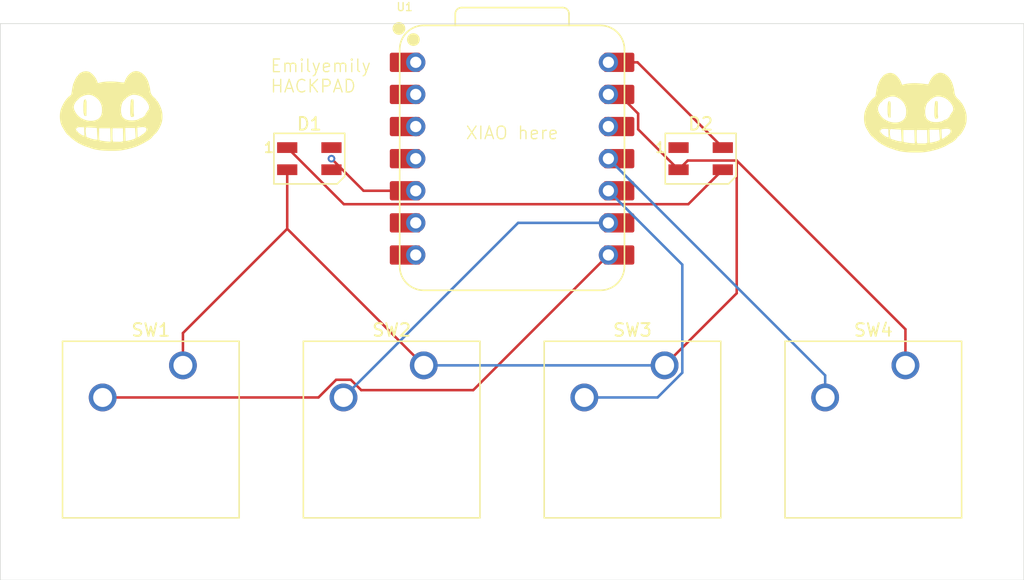
<source format=kicad_pcb>
(kicad_pcb (version 20241229) (generator "pcbnew") (generator_version "9.0")
  (layers (0 "F.Cu" signal) (2 "B.Cu" signal) (13 "F.Paste" user) (15 "B.Paste" user) (5 "F.SilkS" user "F.Silkscreen") (7 "B.SilkS" user "B.Silkscreen") (1 "F.Mask" user) (3 "B.Mask" user) (25 "Edge.Cuts" user))
  (net 0 "")
  (net 2 "Net-(D1-VSS)")
  (net 3 "GND")
  (net 4 "Net-(D1-VDD)")
  (net 6 "+5V")
  (net 7 "Net-(U1-GPIO1{slash}RX)")
  (net 8 "Net-(U1-GPIO2{slash}SCK)")
  (net 9 "Net-(U1-GPIO4{slash}MISO)")
  (net 10 "Net-(U1-GPIO3{slash}MOSI)")
  (footprint "LED_SMD:LED_SK6812MINI_PLCC4_3.5x3.5mm_P1.75mm" (layer "F.Cu") (at 117.3125 40.48125)
    (property "Reference" "D2")
    (property "Value" "SK6812")
  )
  (footprint "LED_SMD:LED_SK6812MINI_PLCC4_3.5x3.5mm_P1.75mm" (layer "F.Cu") (at 86.35625 40.48125)
    (property "Reference" "D1")
    (property "Value" "SK6812")
  )
  (footprint "Seeed Studio XIAO Series Library:XIAO-RP2040-DIP" (layer "F.Cu") (at 102.39375 40.48125)
    (property "Reference" "U1")
    (property "Value" "XIAO-RP2040-DIP")
  )
  (footprint "Button_Switch_Keyboard:SW_Cherry_MX_1.00u_PCB" (layer "F.Cu") (at 76.35875 56.8325)
    (property "Reference" "SW1")
    (property "Value" "SW_Push")
  )
  (footprint "Button_Switch_Keyboard:SW_Cherry_MX_1.00u_PCB" (layer "F.Cu") (at 95.40875 56.8325)
    (property "Reference" "SW2")
    (property "Value" "SW_Push")
  )
  (footprint "Button_Switch_Keyboard:SW_Cherry_MX_1.00u_PCB" (layer "F.Cu") (at 114.45875 56.8325)
    (property "Reference" "SW3")
    (property "Value" "SW_Push")
  )
  (footprint "Button_Switch_Keyboard:SW_Cherry_MX_1.00u_PCB" (layer "F.Cu") (at 133.50875 56.8325)
    (property "Reference" "SW4")
    (property "Value" "SW_Push")
  )
  (gr_poly (pts (xy 73.251342 38.557257) (xy 73.092592 38.716007) (xy 73.013217 38.66309) (xy 73.224884 38.50434)) (fill yes) (layer "F.SilkS"))
  (gr_poly (pts (xy 69.494259 34.165174) (xy 69.4678 34.21809) (xy 69.435451 34.227805) (xy 69.42385 34.231113) (xy 69.413643 34.2338) (xy 69.403592 34.236177) (xy 69.392456 34.238554) (xy 69.361967 34.244549) (xy 69.388425 34.05934)) (fill yes) (layer "F.SilkS"))
  (gr_poly (pts (xy 135.952175 35.919212) (xy 135.966851 35.921589) (xy 135.979667 35.923966) (xy 135.992173 35.926654) (xy 136.005919 35.929961) (xy 136.043333 35.939676) (xy 136.048878 35.95738) (xy 136.053676 35.974901) (xy 136.05778 35.992271) (xy 136.061241 36.009523) (xy 136.064111 36.026688) (xy 136.066441 36.0438) (xy 136.068283 36.060892) (xy 136.069689 36.077995) (xy 136.0714 36.112366) (xy 136.071987 36.147174) (xy 136.071445 36.219142) (xy 136.071141 36.278996) (xy 136.069248 36.531849) (xy 136.068137 36.71689) (xy 136.067763 36.777209) (xy 136.068186 36.828231) (xy 136.069539 36.878964) (xy 136.071838 36.929482) (xy 136.075104 36.97986) (xy 136.079356 37.030173) (xy 136.084612 37.080494) (xy 136.090891 37.130898) (xy 136.098213 37.181461) (xy 136.097497 37.199598) (xy 136.097072 37.207116) (xy 136.096532 37.213797) (xy 136.095821 37.21979) (xy 136.094887 37.225244) (xy 136.093673 37.230307) (xy 136.092128 37.235126) (xy 136.090196 37.239852) (xy 136.087824 37.244631) (xy 136.084958 37.249612) (xy 136.081542 37.254944) (xy 136.077525 37.260775) (xy 136.07285 37.267254) (xy 136.061316 37.282747) (xy 136.046514 37.29358) (xy 136.040265 37.298002) (xy 136.034564 37.301843) (xy 136.029247 37.305166) (xy 136.024149 37.308034) (xy 136.019107 37.310509) (xy 136.013955 37.312654) (xy 136.008529 37.314532) (xy 136.002665 37.316204) (xy 135.996199 37.317734) (xy 135.988966 37.319183) (xy 135.980801 37.320615) (xy 135.971541 37.322092) (xy 135.949074 37.325431) (xy 135.884582 37.315509) (xy 135.866884 37.286491) (xy 135.851771 37.256656) (xy 135.839043 37.226079) (xy 135.828503 37.194833) (xy 135.819951 37.162992) (xy 135.813189 37.130631) (xy 135.808017 37.097822) (xy 135.804238 37.06464) (xy 135.801651 37.031159) (xy 135.800059 36.997452) (xy 135.799061 36.929657) (xy 135.800246 36.794611) (xy 135.800311 36.722076) (xy 135.801277 36.656492) (xy 135.803004 36.591035) (xy 135.805475 36.525677) (xy 135.808671 36.460386) (xy 135.81717 36.329888) (xy 135.828358 36.199298) (xy 135.834643 36.130756) (xy 135.840316 36.078496) (xy 135.845305 36.038497) (xy 135.847824 36.022299) (xy 135.850507 36.00821) (xy 135.853468 35.995911) (xy 135.856817 35.985084) (xy 135.860667 35.975411) (xy 135.86513 35.966571) (xy 135.870318 35.958248) (xy 135.876342 35.950122) (xy 135.883314 35.941875) (xy 135.891347 35.933187) (xy 135.911041 35.913218)) (fill yes) (layer "F.SilkS"))
  (gr_poly (pts (xy 72.236003 36.991254) (xy 72.24071 36.998522) (xy 72.245484 37.005463) (xy 72.250327 37.012091) (xy 72.255241 37.018419) (xy 72.26023 37.02446) (xy 72.265294 37.030229) (xy 72.270437 37.035738) (xy 72.275661 37.041002) (xy 72.286359 37.050844) (xy 72.297407 37.059864) (xy 72.308823 37.068169) (xy 72.320626 37.075867) (xy 72.332833 37.083066) (xy 72.345463 37.089872) (xy 72.358533 37.096394) (xy 72.372063 37.102739) (xy 72.400571 37.115331) (xy 72.431134 37.128507) (xy 72.457592 36.969757) (xy 72.48405 36.969757) (xy 72.457592 37.154965) (xy 72.272383 37.181423) (xy 72.261752 37.164938) (xy 72.252519 37.149453) (xy 72.244595 37.1348) (xy 72.237889 37.120809) (xy 72.23231 37.107314) (xy 72.227768 37.094145) (xy 72.224172 37.081133) (xy 72.221432 37.06811) (xy 72.219458 37.054907) (xy 72.218159 37.041357) (xy 72.217444 37.027289) (xy 72.217222 37.012536) (xy 72.217405 36.996929) (xy 72.2179 36.980299) (xy 72.219467 36.943298)) (fill yes) (layer "F.SilkS"))
  (gr_poly (pts (xy 67.359848 35.593788) (xy 67.366275 35.614336) (xy 67.368692 35.622965) (xy 67.370609 35.630775) (xy 67.372052 35.637975) (xy 67.373045 35.644773) (xy 67.373611 35.651377) (xy 67.373774 35.657996) (xy 67.37356 35.664837) (xy 67.372993 35.67211) (xy 67.372096 35.680022) (xy 67.370894 35.688782) (xy 67.36767 35.709678) (xy 67.361337 35.719543) (xy 67.354792 35.729032) (xy 67.348041 35.73816) (xy 67.34109 35.746941) (xy 67.333944 35.755389) (xy 67.326608 35.763521) (xy 67.311386 35.778889) (xy 67.295469 35.793164) (xy 67.278897 35.806461) (xy 67.261714 35.818897) (xy 67.243963 35.830591) (xy 67.225684 35.841658) (xy 67.206921 35.852216) (xy 67.187717 35.862382) (xy 67.168113 35.872272) (xy 67.086551 35.911423) (xy 67.094238 35.894472) (xy 67.102262 35.878089) (xy 67.11062 35.862225) (xy 67.119309 35.846827) (xy 67.128329 35.831846) (xy 67.137675 35.817229) (xy 67.147345 35.802926) (xy 67.157339 35.788886) (xy 67.167652 35.775058) (xy 67.178283 35.761391) (xy 67.200488 35.734336) (xy 67.223936 35.707313) (xy 67.248608 35.679913) (xy 67.306692 35.615834) (xy 67.351134 35.567465)) (fill yes) (layer "F.SilkS"))
  (gr_poly (pts (xy 135.619771 34.076637) (xy 135.61909 34.091414) (xy 135.617965 34.105558) (xy 135.616407 34.119158) (xy 135.614423 34.132304) (xy 135.612023 34.145087) (xy 135.609216 34.157597) (xy 135.60601 34.169924) (xy 135.602414 34.182159) (xy 135.598437 34.194392) (xy 135.594089 34.206712) (xy 135.589378 34.219212) (xy 135.578903 34.245108) (xy 135.567083 34.272801) (xy 135.514166 34.272801) (xy 135.540624 34.352176) (xy 135.529074 34.371374) (xy 135.51985 34.386386) (xy 135.515819 34.39271) (xy 135.512021 34.398452) (xy 135.508339 34.403769) (xy 135.504657 34.408813) (xy 135.500859 34.413742) (xy 135.496828 34.418709) (xy 135.492449 34.423871) (xy 135.487604 34.429381) (xy 135.476055 34.442067) (xy 135.461249 34.458009) (xy 135.408333 34.458009) (xy 135.416207 34.42965) (xy 135.425032 34.402106) (xy 135.434757 34.375303) (xy 135.445331 34.349168) (xy 135.456704 34.323629) (xy 135.468825 34.298613) (xy 135.481642 34.274045) (xy 135.495106 34.249855) (xy 135.509166 34.225968) (xy 135.52377 34.202312) (xy 135.554411 34.1554) (xy 135.586623 34.108536) (xy 135.62 34.061134)) (fill yes) (layer "F.SilkS"))
  (gr_poly (pts (xy 136.863541 38.691343) (xy 136.704791 38.850093) (xy 136.625416 38.797176) (xy 136.837083 38.638426)) (fill yes) (layer "F.SilkS"))
  (gr_poly (pts (xy 72.007572 33.942551) (xy 72.006891 33.957328) (xy 72.005766 33.971472) (xy 72.004208 33.985072) (xy 72.002224 33.998218) (xy 71.999824 34.011001) (xy 71.997017 34.023511) (xy 71.993811 34.035838) (xy 71.990215 34.048073) (xy 71.986238 34.060306) (xy 71.98189 34.072626) (xy 71.977179 34.085126) (xy 71.966704 34.111022) (xy 71.954884 34.138715) (xy 71.901967 34.138715) (xy 71.928425 34.21809) (xy 71.916875 34.237288) (xy 71.907651 34.2523) (xy 71.90362 34.258624) (xy 71.899822 34.264366) (xy 71.89614 34.269683) (xy 71.892458 34.274727) (xy 71.88866 34.279656) (xy 71.884629 34.284623) (xy 71.88025 34.289785) (xy 71.875405 34.295295) (xy 71.863856 34.307981) (xy 71.84905 34.323923) (xy 71.796134 34.323923) (xy 71.804008 34.295564) (xy 71.812833 34.26802) (xy 71.822558 34.241217) (xy 71.833132 34.215082) (xy 71.844505 34.189543) (xy 71.856626 34.164527) (xy 71.869443 34.139959) (xy 71.882907 34.115769) (xy 71.896967 34.091882) (xy 71.911571 34.068226) (xy 71.942212 34.021314) (xy 71.974424 33.97445) (xy 72.007801 33.927048)) (fill yes) (layer "F.SilkS"))
  (gr_poly (pts (xy 72.339976 35.785126) (xy 72.354652 35.787503) (xy 72.367468 35.78988) (xy 72.379974 35.792568) (xy 72.39372 35.795875) (xy 72.431134 35.80559) (xy 72.436679 35.823294) (xy 72.441477 35.840815) (xy 72.445581 35.858185) (xy 72.449042 35.875437) (xy 72.451912 35.892602) (xy 72.454242 35.909714) (xy 72.456084 35.926806) (xy 72.45749 35.943909) (xy 72.459201 35.97828) (xy 72.459788 36.013088) (xy 72.459246 36.085056) (xy 72.458942 36.14491) (xy 72.457049 36.397763) (xy 72.455938 36.582804) (xy 72.455564 36.643123) (xy 72.455987 36.694145) (xy 72.45734 36.744878) (xy 72.459639 36.795396) (xy 72.462905 36.845774) (xy 72.467157 36.896087) (xy 72.472413 36.946408) (xy 72.478692 36.996812) (xy 72.486014 37.047375) (xy 72.485298 37.065512) (xy 72.484873 37.07303) (xy 72.484333 37.079711) (xy 72.483622 37.085704) (xy 72.482688 37.091158) (xy 72.481474 37.096221) (xy 72.479929 37.10104) (xy 72.477997 37.105766) (xy 72.475625 37.110545) (xy 72.472759 37.115526) (xy 72.469343 37.120858) (xy 72.465326 37.126689) (xy 72.460651 37.133168) (xy 72.449117 37.148661) (xy 72.434315 37.159494) (xy 72.428066 37.163916) (xy 72.422365 37.167757) (xy 72.417048 37.17108) (xy 72.41195 37.173948) (xy 72.406908 37.176423) (xy 72.401756 37.178568) (xy 72.39633 37.180446) (xy 72.390466 37.182118) (xy 72.384 37.183648) (xy 72.376767 37.185097) (xy 72.368602 37.186529) (xy 72.359342 37.188006) (xy 72.336875 37.191345) (xy 72.272383 37.181423) (xy 72.254685 37.152405) (xy 72.239572 37.12257) (xy 72.226844 37.091993) (xy 72.216304 37.060747) (xy 72.207752 37.028906) (xy 72.20099 36.996545) (xy 72.195818 36.963736) (xy 72.192039 36.930554) (xy 72.189452 36.897073) (xy 72.18786 36.863366) (xy 72.186862 36.795571) (xy 72.188047 36.660525) (xy 72.188112 36.58799) (xy 72.189078 36.522406) (xy 72.190805 36.456949) (xy 72.193276 36.391591) (xy 72.196472 36.3263) (xy 72.204971 36.195802) (xy 72.216159 36.065212) (xy 72.222444 35.99667) (xy 72.228117 35.94441) (xy 72.233106 35.904411) (xy 72.235625 35.888213) (xy 72.238308 35.874124) (xy 72.241269 35.861825) (xy 72.244618 35.850998) (xy 72.248468 35.841325) (xy 72.252931 35.832485) (xy 72.258119 35.824162) (xy 72.264143 35.816036) (xy 72.271115 35.807789) (xy 72.279148 35.799101) (xy 72.298842 35.779132)) (fill yes) (layer "F.SilkS"))
  (gr_poly (pts (xy 72.701965 33.554381) (xy 72.734331 33.557716) (xy 72.766908 33.562763) (xy 72.799815 33.569498) (xy 72.833172 33.577899) (xy 72.867101 33.587941) (xy 72.90172 33.599601) (xy 72.937149 33.612856) (xy 72.995645 33.641616) (xy 73.051455 33.673255) (xy 73.104658 33.707651) (xy 73.155334 33.744682) (xy 73.203562 33.784228) (xy 73.249423 33.826166) (xy 73.292996 33.870375) (xy 73.334359 33.916733) (xy 73.373594 33.965118) (xy 73.410779 34.01541) (xy 73.445993 34.067487) (xy 73.479318 34.121226) (xy 73.510831 34.176507) (xy 73.540612 34.233207) (xy 73.568742 34.291206) (xy 73.5953 34.350382) (xy 73.606621 34.382721) (xy 73.617501 34.415152) (xy 73.62799 34.447675) (xy 73.638137 34.480289) (xy 73.657612 34.545791) (xy 73.676329 34.611658) (xy 73.697729 34.685) (xy 73.709709 34.728488) (xy 73.721027 34.771716) (xy 73.731556 34.814837) (xy 73.741168 34.858003) (xy 73.749736 34.901366) (xy 73.757133 34.945079) (xy 73.763229 34.989295) (xy 73.7679 35.034164) (xy 73.774017 35.091193) (xy 73.782074 35.144498) (xy 73.792147 35.19443) (xy 73.804311 35.241338) (xy 73.818643 35.285575) (xy 73.835219 35.327491) (xy 73.854114 35.367436) (xy 73.875405 35.405761) (xy 73.899168 35.442817) (xy 73.925479 35.478955) (xy 73.954414 35.514525) (xy 73.986048 35.549879) (xy 74.020459 35.585366) (xy 74.057721 35.621338) (xy 74.097912 35.658146) (xy 74.141107 35.696139) (xy 74.154734 35.708184) (xy 74.16762 35.720008) (xy 74.179789 35.731699) (xy 74.191263 35.743344) (xy 74.202066 35.75503) (xy 74.212221 35.766847) (xy 74.221751 35.77888) (xy 74.230679 35.791219) (xy 74.239029 35.80395) (xy 74.246823 35.817161) (xy 74.254084 35.83094) (xy 74.260837 35.845375) (xy 74.267103 35.860553) (xy 74.272906 35.876562) (xy 74.27827 35.89349) (xy 74.283217 35.911423) (xy 74.336133 35.911423) (xy 74.418915 36.052504) (xy 74.458167 36.123223) (xy 74.495724 36.194215) (xy 74.531388 36.265591) (xy 74.564956 36.337466) (xy 74.596229 36.409953) (xy 74.625005 36.483167) (xy 74.651085 36.55722) (xy 74.674267 36.632228) (xy 74.694351 36.708302) (xy 74.711136 36.785557) (xy 74.724422 36.864107) (xy 74.734008 36.944066) (xy 74.739693 37.025546) (xy 74.741277 37.108663) (xy 74.740824 37.183187) (xy 74.738767 37.251988) (xy 74.734836 37.31929) (xy 74.728704 37.38543) (xy 74.720046 37.450749) (xy 74.714668 37.483206) (xy 74.708536 37.515585) (xy 74.70161 37.547928) (xy 74.693848 37.580277) (xy 74.68521 37.612676) (xy 74.675656 37.645166) (xy 74.665144 37.67779) (xy 74.653633 37.71059) (xy 74.623248 37.797096) (xy 74.603833 37.845409) (xy 74.58339 37.893059) (xy 74.561946 37.940071) (xy 74.539527 37.98647) (xy 74.516158 38.03228) (xy 74.491866 38.077526) (xy 74.466676 38.122232) (xy 74.440614 38.166423) (xy 74.385978 38.253356) (xy 74.328166 38.338523) (xy 74.267385 38.422119) (xy 74.203842 38.50434) (xy 74.150925 38.50434) (xy 74.150925 38.557257) (xy 74.098008 38.557257) (xy 74.045092 38.66309) (xy 73.992175 38.66309) (xy 73.970884 38.710839) (xy 73.958364 38.732568) (xy 73.944794 38.753772) (xy 73.930223 38.774464) (xy 73.914704 38.794659) (xy 73.898289 38.814373) (xy 73.881028 38.83362) (xy 73.844177 38.870774) (xy 73.804564 38.906238) (xy 73.762599 38.940131) (xy 73.718695 38.972572) (xy 73.673263 39.003678) (xy 73.626717 39.033569) (xy 73.579466 39.062363) (xy 73.484503 39.117132) (xy 73.391669 39.168934) (xy 73.304258 39.218715) (xy 73.250799 39.250392) (xy 73.156761 39.303511) (xy 73.061589 39.353637) (xy 72.965331 39.400879) (xy 72.868037 39.445342) (xy 72.769755 39.487132) (xy 72.670534 39.526356) (xy 72.570422 39.563119) (xy 72.469468 39.597529) (xy 72.367722 39.62969) (xy 72.265231 39.65971) (xy 72.058211 39.713748) (xy 71.848799 39.760495) (xy 71.637384 39.800798) (xy 71.556181 39.815668) (xy 71.451819 39.830929) (xy 71.347574 39.842601) (xy 71.243358 39.851155) (xy 71.139081 39.857062) (xy 71.034657 39.860793) (xy 70.929996 39.862819) (xy 70.71961 39.863637) (xy 70.643955 39.863673) (xy 70.429579 39.861456) (xy 70.213748 39.854273) (xy 69.997495 39.840425) (xy 69.781854 39.818215) (xy 69.674586 39.803442) (xy 69.567858 39.785942) (xy 69.4618 39.765501) (xy 69.356541 39.741909) (xy 69.252209 39.714951) (xy 69.148935 39.684416) (xy 69.046848 39.650092) (xy 68.946075 39.611766) (xy 68.928295 39.605217) (xy 68.910441 39.598867) (xy 68.874545 39.586695) (xy 68.838448 39.575122) (xy 68.802208 39.564017) (xy 68.705045 39.532831) (xy 68.609052 39.498817) (xy 68.514274 39.462015) (xy 68.420761 39.422466) (xy 68.32856 39.38021) (xy 68.237719 39.335288) (xy 68.148285 39.28774) (xy 68.060307 39.237607) (xy 67.973831 39.18493) (xy 67.888906 39.129749) (xy 67.805579 39.072105) (xy 67.723899 39.012038) (xy 67.643912 38.949589) (xy 67.565667 38.884799) (xy 67.489211 38.817707) (xy 67.414593 38.748356) (xy 67.395402 38.72881) (xy 67.387412 38.720801) (xy 67.380265 38.713802) (xy 67.373791 38.707687) (xy 67.367819 38.702332) (xy 67.362179 38.697612) (xy 67.3567 38.693402) (xy 67.351212 38.689577) (xy 67.345544 38.686012) (xy 67.339526 38.682582) (xy 67.332988 38.679162) (xy 67.325758 38.675628) (xy 67.317667 38.671855) (xy 67.298217 38.66309) (xy 67.298217 38.610173) (xy 67.245301 38.610173) (xy 67.215471 38.577952) (xy 67.186616 38.544805) (xy 67.158669 38.510811) (xy 67.131565 38.476051) (xy 67.105241 38.440604) (xy 67.079629 38.404549) (xy 67.030286 38.330934) (xy 66.983014 38.255845) (xy 66.937294 38.179916) (xy 66.910373 38.133924) (xy 67.906759 38.133924) (xy 67.907243 38.158145) (xy 67.907913 38.17707) (xy 67.908415 38.18503) (xy 67.90908 38.192249) (xy 67.909947 38.198918) (xy 67.911054 38.205232) (xy 67.912441 38.211385) (xy 67.914145 38.21757) (xy 67.916206 38.223981) (xy 67.918662 38.230813) (xy 67.924916 38.246511) (xy 67.933217 38.266215) (xy 67.986134 38.266215) (xy 68.00391 38.312414) (xy 68.012612 38.326538) (xy 68.021535 38.339792) (xy 68.030697 38.352258) (xy 68.04011 38.364017) (xy 68.049789 38.375151) (xy 68.059748 38.385739) (xy 68.070003 38.395865) (xy 68.080567 38.405608) (xy 68.091456 38.41505) (xy 68.102682 38.424272) (xy 68.114262 38.433356) (xy 68.126208 38.442382) (xy 68.151261 38.460586) (xy 68.177957 38.479535) (xy 68.252784 38.533382) (xy 68.301538 38.565911) (xy 68.321912 38.579193) (xy 68.340234 38.590739) (xy 68.356966 38.60074) (xy 68.37257 38.609385) (xy 68.387508 38.616865) (xy 68.402241 38.623369) (xy 68.417233 38.629088) (xy 68.432946 38.634212) (xy 68.44984 38.63893) (xy 68.468378 38.643433) (xy 68.489023 38.64791) (xy 68.512237 38.652552) (xy 68.568217 38.66309) (xy 68.552605 38.272793) (xy 68.659013 38.272793) (xy 68.660213 38.323756) (xy 68.663824 38.375393) (xy 68.669409 38.427339) (xy 68.676529 38.479229) (xy 68.693623 38.581377) (xy 68.711603 38.678916) (xy 68.726967 38.768923) (xy 68.951863 38.844991) (xy 69.015322 38.866592) (xy 69.089257 38.890863) (xy 69.161098 38.91287) (xy 69.231771 38.932313) (xy 69.26696 38.94098) (xy 69.302204 38.948894) (xy 69.337621 38.956016) (xy 69.373326 38.962311) (xy 69.409434 38.96774) (xy 69.446062 38.972266) (xy 69.483326 38.975851) (xy 69.521342 38.978459) (xy 69.560225 38.980051) (xy 69.600092 38.98059) (xy 69.588851 38.783871) (xy 69.72938 38.783871) (xy 69.730792 38.815756) (xy 69.732891 38.84721) (xy 69.735658 38.87835) (xy 69.739073 38.909296) (xy 69.743119 38.940166) (xy 69.747775 38.971078) (xy 69.753022 39.002152) (xy 69.758842 39.033506) (xy 70.00922 39.075801) (xy 70.099926 39.089888) (xy 70.180874 39.100923) (xy 70.261984 39.110146) (xy 70.353178 39.118796) (xy 70.605509 39.13934) (xy 70.612184 39.13373) (xy 70.61801 39.128683) (xy 70.620617 39.126313) (xy 70.623026 39.124015) (xy 70.625243 39.121767) (xy 70.627272 39.119546) (xy 70.629118 39.117329) (xy 70.630786 39.115093) (xy 70.632282 39.112816) (xy 70.63361 39.110474) (xy 70.634775 39.108046) (xy 70.635782 39.105508) (xy 70.636636 39.102838) (xy 70.637342 39.100012) (xy 70.637905 39.097009) (xy 70.638329 39.093805) (xy 70.638621 39.090378) (xy 70.638784 39.086705) (xy 70.638824 39.082763) (xy 70.638746 39.078529) (xy 70.638554 39.073981) (xy 70.638254 39.069096) (xy 70.637348 39.058224) (xy 70.636067 39.045731) (xy 70.632542 39.015155) (xy 70.630753 38.949862) (xy 70.628763 38.884575) (xy 70.627971 38.855583) (xy 70.784043 38.855583) (xy 70.784813 38.894386) (xy 70.785692 38.91306) (xy 70.786944 38.931326) (xy 70.788605 38.949239) (xy 70.790709 38.966857) (xy 70.79329 38.984236) (xy 70.796382 39.001435) (xy 70.80002 39.01851) (xy 70.804237 39.035517) (xy 70.809069 39.052514) (xy 70.814548 39.069558) (xy 70.82071 39.086705) (xy 70.827589 39.104013) (xy 70.835219 39.121539) (xy 70.843634 39.13934) (xy 70.99742 39.141262) (xy 71.151212 39.142647) (xy 71.238958 39.143991) (xy 71.324224 39.144508) (xy 71.40232 39.145347) (xy 71.432971 39.143867) (xy 71.445923 39.143057) (xy 71.457751 39.142086) (xy 71.4688 39.140867) (xy 71.479413 39.139314) (xy 71.489936 39.137341) (xy 71.500713 39.134861) (xy 71.512088 39.131788) (xy 71.524406 39.128036) (xy 71.53801 39.123518) (xy 71.553245 39.118148) (xy 71.589986 39.104507) (xy 71.637384 39.086423) (xy 71.612392 38.136723) (xy 71.796103 38.136723) (xy 71.796655 38.192295) (xy 71.797747 38.247852) (xy 71.799337 38.303525) (xy 71.80123 38.371038) (xy 71.807709 38.585369) (xy 71.811895 38.730321) (xy 71.822592 39.086423) (xy 71.892194 39.075644) (xy 71.961265 39.064187) (xy 72.029873 39.051807) (xy 72.098084 39.038254) (xy 72.165965 39.023281) (xy 72.233583 39.006639) (xy 72.301004 38.988082) (xy 72.368295 38.967361) (xy 72.423796 38.950308) (xy 72.452406 38.941133) (xy 72.478965 38.932127) (xy 72.491594 38.9275) (xy 72.503851 38.922693) (xy 72.515784 38.91763) (xy 72.527439 38.912237) (xy 72.538864 38.90644) (xy 72.550106 38.900164) (xy 72.561211 38.893336) (xy 72.572228 38.88588) (xy 72.583202 38.877723) (xy 72.594181 38.86879) (xy 72.605212 38.859006) (xy 72.616342 38.848298) (xy 72.617584 38.799119) (xy 72.617681 38.780888) (xy 72.61733 38.764101) (xy 72.616455 38.746664) (xy 72.61498 38.726482) (xy 72.609934 38.669498) (xy 72.606148 38.616336) (xy 72.599819 38.532215) (xy 72.593191 38.448116) (xy 72.584819 38.334118) (xy 72.574322 38.194318) (xy 72.563425 38.054548) (xy 72.248361 38.053095) (xy 72.141106 38.052552) (xy 71.987233 38.051965) (xy 71.893601 38.051544) (xy 71.870815 38.049926) (xy 71.861486 38.049404) (xy 71.853342 38.049131) (xy 71.846242 38.049151) (xy 71.840041 38.049506) (xy 71.834598 38.05024) (xy 71.832116 38.050762) (xy 71.82977 38.051396) (xy 71.827541 38.052145) (xy 71.825413 38.053016) (xy 71.823367 38.054015) (xy 71.821385 38.055145) (xy 71.817544 38.057826) (xy 71.813746 38.0611) (xy 71.809849 38.065013) (xy 71.80571 38.069606) (xy 71.796134 38.081007) (xy 71.796103 38.136723) (xy 71.612392 38.136723) (xy 71.610926 38.081007) (xy 71.215704 38.079353) (xy 71.09086 38.078623) (xy 70.993392 38.078423) (xy 70.893043 38.078003) (xy 70.86884 38.076191) (xy 70.858936 38.075593) (xy 70.850297 38.075259) (xy 70.842772 38.07523) (xy 70.836212 38.075551) (xy 70.830468 38.076264) (xy 70.825389 38.077413) (xy 70.823052 38.078164) (xy 70.820825 38.07904) (xy 70.818689 38.080047) (xy 70.816626 38.08119) (xy 70.812644 38.083904) (xy 70.808727 38.087227) (xy 70.804725 38.091202) (xy 70.80049 38.095871) (xy 70.790717 38.107465) (xy 70.788771 38.156211) (xy 70.787408 38.204814) (xy 70.786588 38.253422) (xy 70.786273 38.302181) (xy 70.786006 38.361624) (xy 70.785814 38.486537) (xy 70.785461 38.581739) (xy 70.784774 38.676939) (xy 70.784619 38.798275) (xy 70.784043 38.855583) (xy 70.627971 38.855583) (xy 70.62687 38.815283) (xy 70.620391 38.595291) (xy 70.616206 38.446514) (xy 70.605509 38.081007) (xy 69.732384 38.081007) (xy 69.73073 38.46796) (xy 69.73 38.589154) (xy 69.7298 38.685621) (xy 69.72938 38.783871) (xy 69.588851 38.783871) (xy 69.547175 38.054548) (xy 69.137077 38.02809) (xy 72.748634 38.02809) (xy 72.775092 38.795381) (xy 72.868176 38.749894) (xy 72.940896 38.713423) (xy 72.97148 38.697383) (xy 72.999204 38.682172) (xy 73.024811 38.667317) (xy 73.049047 38.652342) (xy 73.072653 38.636773) (xy 73.096375 38.620134) (xy 73.120955 38.601952) (xy 73.147137 38.581752) (xy 73.207283 38.533395) (xy 73.282761 38.471267) (xy 73.327462 38.428892) (xy 73.362844 38.395184) (xy 73.377301 38.381017) (xy 73.389883 38.368176) (xy 73.4008 38.35631) (xy 73.410264 38.34507) (xy 73.418484 38.334106) (xy 73.422193 38.328618) (xy 73.425671 38.323068) (xy 73.428943 38.317412) (xy 73.432037 38.311607) (xy 73.434977 38.305608) (xy 73.437791 38.299373) (xy 73.443144 38.286016) (xy 73.448308 38.271186) (xy 73.453492 38.254534) (xy 73.458908 38.23571) (xy 73.471276 38.190147) (xy 73.470358 38.162714) (xy 73.469824 38.151374) (xy 73.469154 38.141333) (xy 73.468281 38.132378) (xy 73.46714 38.124297) (xy 73.465667 38.116877) (xy 73.463795 38.109903) (xy 73.461459 38.103163) (xy 73.458594 38.096444) (xy 73.455135 38.089532) (xy 73.451015 38.082215) (xy 73.44617 38.074279) (xy 73.440534 38.065511) (xy 73.426628 38.044626) (xy 73.409116 38.034566) (xy 73.390932 38.025604) (xy 73.37212 38.017691) (xy 73.352723 38.010779) (xy 73.332786 38.00482) (xy 73.312351 37.999766) (xy 73.270162 37.992178) (xy 73.226503 37.987632) (xy 73.181722 37.985741) (xy 73.136167 37.98612) (xy 73.090185 37.988383) (xy 73.044122 37.992146) (xy 72.998328 37.997022) (xy 72.908931 38.008575) (xy 72.824773 38.019959) (xy 72.748634 38.02809) (xy 69.137077 38.02809) (xy 68.726967 38.001631) (xy 68.715079 38.020873) (xy 68.704505 38.040877) (xy 68.695191 38.061598) (xy 68.687081 38.08299) (xy 68.680122 38.105006) (xy 68.674258 38.127603) (xy 68.665597 38.174351) (xy 68.660662 38.22287) (xy 68.659013 38.272793) (xy 68.552605 38.272793) (xy 68.541759 38.001631) (xy 68.298673 37.993363) (xy 68.222792 37.989714) (xy 68.195568 37.9895) (xy 68.169971 37.989875) (xy 68.145866 37.990976) (xy 68.123118 37.992941) (xy 68.101592 37.995907) (xy 68.081153 38.000011) (xy 68.061664 38.005392) (xy 68.042992 38.012186) (xy 68.025 38.020531) (xy 68.007554 38.030564) (xy 67.990518 38.042424) (xy 67.973757 38.056247) (xy 67.957136 38.072171) (xy 67.940519 38.090333) (xy 67.923772 38.110872) (xy 67.906759 38.133924) (xy 66.910373 38.133924) (xy 66.848426 38.02809) (xy 66.815249 37.973933) (xy 66.776668 37.900094) (xy 66.742603 37.823689) (xy 66.712944 37.745023) (xy 66.68758 37.664402) (xy 66.666401 37.582131) (xy 66.649297 37.498515) (xy 66.636157 37.41386) (xy 66.626872 37.328471) (xy 66.62133 37.242652) (xy 66.619422 37.156711) (xy 66.621037 37.070951) (xy 66.626065 36.985678) (xy 66.634396 36.901197) (xy 66.645918 36.817815) (xy 66.660523 36.735835) (xy 66.6781 36.655564) (xy 66.704527 36.574794) (xy 66.734276 36.49288) (xy 66.76728 36.410265) (xy 66.777238 36.387466) (xy 67.724598 36.387466) (xy 67.72461 36.415817) (xy 67.726189 36.444939) (xy 67.729327 36.475019) (xy 67.734015 36.506245) (xy 67.740245 36.538804) (xy 67.748009 36.572882) (xy 67.775093 36.640834) (xy 67.804203 36.70583) (xy 67.835416 36.767957) (xy 67.868807 36.827299) (xy 67.904454 36.883944) (xy 67.942434 36.937977) (xy 67.982822 36.989485) (xy 68.025695 37.038553) (xy 68.07113 37.085267) (xy 68.119204 37.129714) (xy 68.169993 37.171979) (xy 68.223574 37.212149) (xy 68.280022 37.25031) (xy 68.339416 37.286547) (xy 68.401831 37.320947) (xy 68.467345 37.353596) (xy 68.525842 37.37848) (xy 68.585614 37.401121) (xy 68.646509 37.421421) (xy 68.708376 37.439283) (xy 68.771061 37.454609) (xy 68.834412 37.4673) (xy 68.898278 37.477259) (xy 68.962507 37.484389) (xy 69.026945 37.48859) (xy 69.091441 37.489767) (xy 69.155842 37.48782) (xy 69.219997 37.482653) (xy 69.283754 37.474166) (xy 69.346959 37.462263) (xy 69.409461 37.446846) (xy 69.471108 37.427816) (xy 69.50809 37.411328) (xy 69.543316 37.394638) (xy 69.576855 37.377585) (xy 69.608777 37.360007) (xy 69.639152 37.341741) (xy 69.66805 37.322626) (xy 69.69554 37.302499) (xy 69.721692 37.281199) (xy 69.746577 37.258565) (xy 69.770263 37.234433) (xy 69.792821 37.208642) (xy 69.814321 37.181029) (xy 69.834832 37.151434) (xy 69.854425 37.119694) (xy 69.873169 37.085647) (xy 69.891134 37.049132) (xy 69.899925 37.022425) (xy 69.907905 36.99605) (xy 69.915106 36.969948) (xy 69.92156 36.944061) (xy 69.927299 36.918333) (xy 69.932355 36.892703) (xy 69.936759 36.867115) (xy 69.940543 36.84151) (xy 69.943739 36.81583) (xy 69.946378 36.790018) (xy 69.950117 36.737762) (xy 69.952012 36.68428) (xy 69.952096 36.66907) (xy 71.458149 36.66907) (xy 71.460902 36.737636) (xy 71.466887 36.80554) (xy 71.47622 36.872464) (xy 71.489016 36.938094) (xy 71.505389 37.002114) (xy 71.525454 37.064209) (xy 71.549327 37.124063) (xy 71.567845 37.152589) (xy 71.587335 37.179373) (xy 71.607785 37.204499) (xy 71.629181 37.228053) (xy 71.651509 37.250123) (xy 71.674756 37.270794) (xy 71.698909 37.290153) (xy 71.723956 37.308286) (xy 71.749882 37.325278) (xy 71.776675 37.341217) (xy 71.80432 37.356188) (xy 71.832806 37.370278) (xy 71.862118 37.383573) (xy 71.892244 37.396158) (xy 71.923171 37.408122) (xy 71.954884 37.419548) (xy 72.035572 37.434947) (xy 72.115148 37.446556) (xy 72.193691 37.4544) (xy 72.271283 37.458501) (xy 72.348003 37.458884) (xy 72.423931 37.455572) (xy 72.499149 37.448589) (xy 72.573737 37.437958) (xy 72.647775 37.423703) (xy 72.721343 37.405847) (xy 72.794522 37.384414) (xy 72.867392 37.359427) (xy 72.940034 37.330911) (xy 73.012528 37.298888) (xy 73.084955 37.263383) (xy 73.157394 37.224418) (xy 73.20292 37.191234) (xy 73.247536 37.155317) (xy 73.291063 37.116848) (xy 73.333323 37.076008) (xy 73.374136 37.032979) (xy 73.413323 36.987942) (xy 73.450704 36.941079) (xy 73.486101 36.892571) (xy 73.519334 36.842598) (xy 73.550224 36.791344) (xy 73.578592 36.738989) (xy 73.604258 36.685714) (xy 73.627045 36.631701) (xy 73.646771 36.577132) (xy 73.663259 36.522187) (xy 73.676329 36.467048) (xy 73.677256 36.443792) (xy 73.677078 36.420616) (xy 73.675834 36.397531) (xy 73.673564 36.374544) (xy 73.666111 36.3289) (xy 73.655039 36.283753) (xy 73.640671 36.239171) (xy 73.623328 36.195222) (xy 73.603334 36.151974) (xy 73.581009 36.109497) (xy 73.556677 36.067857) (xy 73.530658 36.027124) (xy 73.503275 35.987366) (xy 73.474851 35.948651) (xy 73.445707 35.911048) (xy 73.416164 35.874624) (xy 73.357175 35.80559) (xy 73.304258 35.80559) (xy 73.304258 35.752674) (xy 73.255267 35.71258) (xy 73.205988 35.67515) (xy 73.156329 35.640379) (xy 73.106199 35.608261) (xy 73.055507 35.578789) (xy 73.004163 35.551959) (xy 72.952074 35.527764) (xy 72.899149 35.506198) (xy 72.845299 35.487256) (xy 72.79043 35.470931) (xy 72.734453 35.457218) (xy 72.677277 35.446112) (xy 72.618809 35.437605) (xy 72.55896 35.431693) (xy 72.497637 35.428369) (xy 72.434751 35.427629) (xy 72.399068 35.431738) (xy 72.364088 35.437464) (xy 72.329777 35.444733) (xy 72.296098 35.453475) (xy 72.263016 35.463615) (xy 72.230496 35.475083) (xy 72.198503 35.487806) (xy 72.167001 35.501711) (xy 72.135955 35.516726) (xy 72.105329 35.532779) (xy 72.075088 35.549797) (xy 72.045198 35.567709) (xy 72.015621 35.586441) (xy 71.986324 35.605922) (xy 71.928425 35.64684) (xy 71.84905 35.699757) (xy 71.84905 35.752674) (xy 71.799441 35.772517) (xy 71.787726 35.779665) (xy 71.777083 35.786703) (xy 71.767423 35.7937) (xy 71.758656 35.800721) (xy 71.750692 35.807835) (xy 71.74344 35.815109) (xy 71.73681 35.82261) (xy 71.730713 35.830405) (xy 71.725059 35.838562) (xy 71.719756 35.847147) (xy 71.714716 35.856228) (xy 71.709849 35.865872) (xy 71.705063 35.876146) (xy 71.70027 35.887118) (xy 71.6903 35.911423) (xy 71.637384 35.911423) (xy 71.612382 35.963419) (xy 71.587774 36.015603) (xy 71.559869 36.074204) (xy 71.538702 36.134537) (xy 71.519733 36.197047) (xy 71.503076 36.261419) (xy 71.488848 36.327337) (xy 71.477163 36.394485) (xy 71.468135 36.462548) (xy 71.46188 36.53121) (xy 71.458513 36.600156) (xy 71.458149 36.66907) (xy 69.952096 36.66907) (xy 69.952318 36.629106) (xy 69.951983 36.565246) (xy 69.950119 36.509574) (xy 69.946452 36.45578) (xy 69.94382 36.42946) (xy 69.940591 36.403455) (xy 69.936715 36.377716) (xy 69.932144 36.35219) (xy 69.926829 36.326827) (xy 69.92072 36.301576) (xy 69.91377 36.276385) (xy 69.905928 36.251204) (xy 69.897147 36.225981) (xy 69.887377 36.200664) (xy 69.87657 36.175204) (xy 69.864675 36.149549) (xy 69.843281 36.096839) (xy 69.818204 36.043721) (xy 69.790538 35.992824) (xy 69.760392 35.944098) (xy 69.727876 35.897493) (xy 69.693101 35.852959) (xy 69.656178 35.810447) (xy 69.617215 35.769906) (xy 69.576324 35.731286) (xy 69.533615 35.694537) (xy 69.489197 35.659611) (xy 69.443181 35.626455) (xy 69.395677 35.595022) (xy 69.346795 35.56526) (xy 69.296646 35.53712) (xy 69.245339 35.510552) (xy 69.192985 35.485506) (xy 69.156222 35.472625) (xy 69.119437 35.461529) (xy 69.082647 35.452176) (xy 69.045869 35.444524) (xy 69.009121 35.438534) (xy 68.97242 35.434162) (xy 68.899231 35.430109) (xy 68.82644 35.432032) (xy 68.754187 35.439601) (xy 68.682612 35.452483) (xy 68.611854 35.470344) (xy 68.542054 35.492855) (xy 68.47335 35.519681) (xy 68.405881 35.550491) (xy 68.339789 35.584953) (xy 68.275212 35.622734) (xy 68.212289 35.663503) (xy 68.151161 35.706927) (xy 68.091967 35.752674) (xy 68.091967 35.80559) (xy 68.039051 35.80559) (xy 68.039051 35.858507) (xy 67.986134 35.858507) (xy 67.986134 35.911423) (xy 67.933217 35.911423) (xy 67.91978 35.929689) (xy 67.909207 35.944259) (xy 67.900569 35.956586) (xy 67.892936 35.968123) (xy 67.885376 35.980324) (xy 67.876961 35.994643) (xy 67.86676 36.012533) (xy 67.853842 36.035447) (xy 67.812501 36.10521) (xy 67.796384 36.136139) (xy 67.781917 36.165969) (xy 67.769092 36.194886) (xy 67.757902 36.223077) (xy 67.748336 36.25073) (xy 67.740388 36.278032) (xy 67.734048 36.305169) (xy 67.729309 36.332329) (xy 67.726161 36.359699) (xy 67.724598 36.387466) (xy 66.777238 36.387466) (xy 66.803476 36.327392) (xy 66.842797 36.244703) (xy 66.885179 36.162641) (xy 66.930556 36.081647) (xy 66.978862 36.002166) (xy 67.030034 35.924638) (xy 67.084004 35.849507) (xy 67.140709 35.777215) (xy 67.200083 35.708204) (xy 67.26206 35.642917) (xy 67.326576 35.581797) (xy 67.393565 35.525287) (xy 67.462961 35.473827) (xy 67.473532 35.464818) (xy 67.482915 35.456172) (xy 67.491198 35.447792) (xy 67.494956 35.443672) (xy 67.498472 35.439583) (xy 67.501759 35.435512) (xy 67.504827 35.431448) (xy 67.507687 35.427379) (xy 67.510351 35.423292) (xy 67.51283 35.419176) (xy 67.515135 35.415018) (xy 67.517277 35.410807) (xy 67.519268 35.40653) (xy 67.52284 35.397733) (xy 67.52594 35.38853) (xy 67.528658 35.378826) (xy 67.531083 35.368524) (xy 67.533305 35.357528) (xy 67.535414 35.345743) (xy 67.539649 35.319418) (xy 67.551638 35.248105) (xy 67.562915 35.168952) (xy 67.573963 35.089768) (xy 67.58566 35.013037) (xy 67.598923 34.937093) (xy 67.613817 34.861929) (xy 67.630409 34.78754) (xy 67.648766 34.713923) (xy 67.668953 34.64107) (xy 67.691038 34.568978) (xy 67.715086 34.497641) (xy 67.741165 34.427053) (xy 67.76934 34.357211) (xy 67.799677 34.288108) (xy 67.832244 34.219739) (xy 67.867107 34.1521) (xy 67.904332 34.085185) (xy 67.943985 34.018989) (xy 67.986134 33.953507) (xy 68.039051 33.953507) (xy 68.060031 33.906378) (xy 68.06868 33.891035) (xy 68.077673 33.876156) (xy 68.087004 33.86173) (xy 68.096667 33.847748) (xy 68.106655 33.834199) (xy 68.116961 33.821075) (xy 68.138504 33.796059) (xy 68.161243 33.77262) (xy 68.185128 33.750679) (xy 68.210106 33.730158) (xy 68.236127 33.710978) (xy 68.263138 33.693059) (xy 68.291087 33.676323) (xy 68.319925 33.66069) (xy 68.349597 33.646083) (xy 68.380054 33.63242) (xy 68.411243 33.619625) (xy 68.443114 33.607618) (xy 68.475613 33.596319) (xy 68.515239 33.586356) (xy 68.553598 33.57817) (xy 68.590846 33.571785) (xy 68.627139 33.567222) (xy 68.662629 33.564502) (xy 68.697474 33.563647) (xy 68.731827 33.564679) (xy 68.765844 33.56762) (xy 68.799679 33.572492) (xy 68.833488 33.579315) (xy 68.867426 33.588112) (xy 68.901647 33.598905) (xy 68.936307 33.611715) (xy 68.97156 33.626564) (xy 69.007562 33.643473) (xy 69.044467 33.662465) (xy 69.096996 33.703774) (xy 69.147527 33.746697) (xy 69.196027 33.791221) (xy 69.242463 33.837331) (xy 69.286801 33.885012) (xy 69.329008 33.934251) (xy 69.369051 33.985033) (xy 69.406897 34.037344) (xy 69.442511 34.091168) (xy 69.475862 34.146493) (xy 69.506915 34.203303) (xy 69.535637 34.261584) (xy 69.561995 34.321322) (xy 69.585955 34.382502) (xy 69.607485 34.44511) (xy 69.626551 34.509132) (xy 69.704995 34.484534) (xy 69.810423 34.457232) (xy 69.91837 34.434201) (xy 70.028493 34.415235) (xy 70.140445 34.400126) (xy 70.253883 34.38867) (xy 70.368461 34.380659) (xy 70.483835 34.375887) (xy 70.599658 34.374148) (xy 70.715587 34.375235) (xy 70.831276 34.378941) (xy 71.060556 34.393388) (xy 71.284738 34.415838) (xy 71.501062 34.444639) (xy 71.528371 34.448153) (xy 71.555333 34.45106) (xy 71.582073 34.453368) (xy 71.608713 34.455086) (xy 71.635378 34.456221) (xy 71.662191 34.456782) (xy 71.689277 34.456777) (xy 71.716758 34.456215) (xy 71.746524 34.381801) (xy 71.801854 34.26013) (xy 71.831006 34.200874) (xy 71.861424 34.142886) (xy 71.893315 34.086331) (xy 71.926884 34.031371) (xy 71.96234 33.978169) (xy 71.999887 33.926887) (xy 72.039732 33.877689) (xy 72.082082 33.830737) (xy 72.127143 33.786194) (xy 72.175121 33.744223) (xy 72.226223 33.704986) (xy 72.280655 33.668647) (xy 72.338623 33.635367) (xy 72.400334 33.605311) (xy 72.436208 33.592175) (xy 72.471212 33.580963) (xy 72.505466 33.571651) (xy 72.53909 33.564217) (xy 72.572205 33.558637) (xy 72.604929 33.554887) (xy 72.637384 33.552943) (xy 72.669689 33.552783)) (fill yes) (layer "F.SilkS"))
  (gr_poly (pts (xy 130.972047 35.727874) (xy 130.978474 35.748422) (xy 130.980891 35.757051) (xy 130.982808 35.764861) (xy 130.984251 35.772061) (xy 130.985244 35.778859) (xy 130.98581 35.785463) (xy 130.985973 35.792082) (xy 130.985759 35.798923) (xy 130.985192 35.806196) (xy 130.984295 35.814108) (xy 130.983093 35.822868) (xy 130.979869 35.843764) (xy 130.973536 35.853629) (xy 130.966991 35.863118) (xy 130.96024 35.872246) (xy 130.953289 35.881027) (xy 130.946143 35.889475) (xy 130.938807 35.897607) (xy 130.923585 35.912975) (xy 130.907668 35.92725) (xy 130.891096 35.940547) (xy 130.873913 35.952983) (xy 130.856162 35.964677) (xy 130.837883 35.975744) (xy 130.81912 35.986302) (xy 130.799916 35.996468) (xy 130.780312 36.006358) (xy 130.69875 36.045509) (xy 130.706437 36.028558) (xy 130.714461 36.012175) (xy 130.722819 35.996311) (xy 130.731508 35.980913) (xy 130.740528 35.965932) (xy 130.749874 35.951315) (xy 130.759544 35.937012) (xy 130.769538 35.922972) (xy 130.779851 35.909144) (xy 130.790482 35.895477) (xy 130.812687 35.868422) (xy 130.836135 35.841399) (xy 130.860807 35.813999) (xy 130.918891 35.74992) (xy 130.963333 35.701551)) (fill yes) (layer "F.SilkS"))
  (gr_poly (pts (xy 130.96875 35.71875) (xy 130.973045 35.734525) (xy 130.976256 35.749068) (xy 130.978421 35.762571) (xy 130.97958 35.775225) (xy 130.979769 35.787222) (xy 130.979029 35.798753) (xy 130.977397 35.810011) (xy 130.974913 35.821187) (xy 130.971614 35.832472) (xy 130.967539 35.844058) (xy 130.962727 35.856137) (xy 130.957216 35.868901) (xy 130.951044 35.882542) (xy 130.936874 35.913218) (xy 130.883958 35.88676) (xy 130.890624 35.84516) (xy 130.89355 35.8281) (xy 130.89636 35.813172) (xy 130.89917 35.800105) (xy 130.902096 35.788626) (xy 130.905255 35.778465) (xy 130.908763 35.769351) (xy 130.912735 35.761011) (xy 130.917289 35.753176) (xy 130.922541 35.745573) (xy 130.928606 35.737931) (xy 130.935602 35.72998) (xy 130.943644 35.721447) (xy 130.963333 35.701551)) (fill yes) (layer "F.SilkS"))
  (gr_poly (pts (xy 67.356551 35.584664) (xy 67.360846 35.600439) (xy 67.364057 35.614982) (xy 67.366222 35.628485) (xy 67.367381 35.641139) (xy 67.36757 35.653136) (xy 67.36683 35.664667) (xy 67.365198 35.675925) (xy 67.362714 35.687101) (xy 67.359415 35.698386) (xy 67.35534 35.709972) (xy 67.350528 35.722051) (xy 67.345017 35.734815) (xy 67.338845 35.748456) (xy 67.324675 35.779132) (xy 67.271759 35.752674) (xy 67.278425 35.711074) (xy 67.281351 35.694014) (xy 67.284161 35.679086) (xy 67.286971 35.666019) (xy 67.289897 35.65454) (xy 67.293056 35.644379) (xy 67.296564 35.635265) (xy 67.300536 35.626925) (xy 67.30509 35.61909) (xy 67.310342 35.611487) (xy 67.316407 35.603845) (xy 67.323403 35.595894) (xy 67.331445 35.587361) (xy 67.351134 35.567465)) (fill yes) (layer "F.SilkS"))
  (gr_poly (pts (xy 131.889374 33.928843) (xy 131.870125 33.946796) (xy 131.854751 33.960979) (xy 131.841703 33.972692) (xy 131.82943 33.983232) (xy 131.816381 33.993899) (xy 131.801008 34.005989) (xy 131.757083 34.039637) (xy 131.682669 34.096998) (xy 131.624791 34.140509) (xy 131.598333 34.087593) (xy 131.65125 34.087593) (xy 131.66944 34.042944) (xy 131.688399 34.010324) (xy 131.698623 33.993652) (xy 131.709379 33.976998) (xy 131.720692 33.960557) (xy 131.732588 33.944523) (xy 131.745094 33.929092) (xy 131.758235 33.914459) (xy 131.772038 33.900817) (xy 131.786529 33.888363) (xy 131.79404 33.882641) (xy 131.801733 33.87729) (xy 131.809611 33.872332) (xy 131.817678 33.867793) (xy 131.825935 33.863697) (xy 131.834388 33.860068) (xy 131.843038 33.856931) (xy 131.85189 33.854309) (xy 131.860946 33.852227) (xy 131.87021 33.850711) (xy 131.879685 33.849783) (xy 131.889374 33.849468)) (fill yes) (layer "F.SilkS"))
  (gr_poly (pts (xy 135.848202 37.12534) (xy 135.852909 37.132608) (xy 135.857683 37.139549) (xy 135.862526 37.146177) (xy 135.86744 37.152505) (xy 135.872429 37.158546) (xy 135.877493 37.164315) (xy 135.882636 37.169824) (xy 135.88786 37.175088) (xy 135.898558 37.18493) (xy 135.909606 37.19395) (xy 135.921022 37.202255) (xy 135.932825 37.209953) (xy 135.945032 37.217152) (xy 135.957662 37.223958) (xy 135.970732 37.23048) (xy 135.984262 37.236825) (xy 136.01277 37.249417) (xy 136.043333 37.262593) (xy 136.069791 37.103843) (xy 136.096249 37.103843) (xy 136.069791 37.289051) (xy 135.884582 37.315509) (xy 135.873951 37.299024) (xy 135.864718 37.283539) (xy 135.856794 37.268886) (xy 135.850088 37.254895) (xy 135.844509 37.2414) (xy 135.839967 37.228231) (xy 135.836371 37.215219) (xy 135.833631 37.202196) (xy 135.831657 37.188993) (xy 135.830358 37.175443) (xy 135.829643 37.161375) (xy 135.829421 37.146622) (xy 135.829604 37.131015) (xy 135.830099 37.114385) (xy 135.831666 37.077384)) (fill yes) (layer "F.SilkS"))
  (gr_poly (pts (xy 136.704791 37.447801) (xy 136.655182 37.469298) (xy 136.63392 37.479438) (xy 136.625144 37.483851) (xy 136.617392 37.488041) (xy 136.610505 37.492172) (xy 136.604321 37.496406) (xy 136.601444 37.498612) (xy 136.598682 37.500904) (xy 136.596016 37.503304) (xy 136.593427 37.50583) (xy 136.590894 37.508504) (xy 136.588397 37.511346) (xy 136.583431 37.517613) (xy 136.57837 37.524794) (xy 136.573054 37.533052) (xy 136.567323 37.542548) (xy 136.561017 37.553446) (xy 136.546041 37.580093) (xy 136.546041 37.500718) (xy 136.466666 37.47426) (xy 136.570845 37.428371) (xy 136.604797 37.414263) (xy 136.618459 37.409011) (xy 136.630377 37.404806) (xy 136.6409 37.401531) (xy 136.650376 37.39907) (xy 136.659154 37.397306) (xy 136.667584 37.396124) (xy 136.676014 37.395407) (xy 136.684792 37.395039) (xy 136.704791 37.394884)) (fill yes) (layer "F.SilkS"))
  (gr_poly (pts (xy 133.106458 34.29926) (xy 133.079999 34.352176) (xy 133.04765 34.361891) (xy 133.036049 34.365199) (xy 133.025842 34.367886) (xy 133.015791 34.370263) (xy 133.004655 34.37264) (xy 132.974166 34.378635) (xy 133.000624 34.193426)) (fill yes) (layer "F.SilkS"))
  (gr_poly (pts (xy 132.294442 35.954304) (xy 132.301913 35.968481) (xy 132.308688 35.982291) (xy 132.314793 35.995819) (xy 132.320254 36.009149) (xy 132.325096 36.022364) (xy 132.329345 36.035551) (xy 132.333028 36.048792) (xy 132.336169 36.062172) (xy 132.338795 36.075776) (xy 132.340932 36.089688) (xy 132.342605 36.103993) (xy 132.343839 36.118774) (xy 132.344662 36.134116) (xy 132.345098 36.150103) (xy 132.345174 36.16682) (xy 132.345161 36.23903) (xy 132.344334 36.316294) (xy 132.344107 36.395922) (xy 132.342473 36.647437) (xy 132.34175 36.818072) (xy 132.339166 37.236134) (xy 132.180416 37.236134) (xy 132.164071 37.197485) (xy 132.149969 37.15863) (xy 132.137945 37.119573) (xy 132.127835 37.080315) (xy 132.119476 37.04086) (xy 132.112702 37.001209) (xy 132.10735 36.961366) (xy 132.103256 36.921332) (xy 132.100255 36.881111) (xy 132.098184 36.840704) (xy 132.096173 36.759346) (xy 132.09608 36.59452) (xy 132.095098 36.50884) (xy 132.095333 36.440318) (xy 132.096617 36.371762) (xy 132.099442 36.303287) (xy 132.104302 36.235007) (xy 132.11169 36.167037) (xy 132.116487 36.133204) (xy 132.1221 36.099492) (xy 132.128592 36.065914) (xy 132.136025 36.032486) (xy 132.144459 35.999221) (xy 132.153958 35.966134) (xy 132.171579 35.957401) (xy 132.179014 35.953868) (xy 132.18579 35.950838) (xy 132.192101 35.948274) (xy 132.198141 35.946135) (xy 132.204103 35.944385) (xy 132.210182 35.942983) (xy 132.21657 35.941892) (xy 132.223462 35.941071) (xy 132.231052 35.940483) (xy 132.239534 35.940089) (xy 132.2491 35.93985) (xy 132.259946 35.939728) (xy 132.286249 35.939676)) (fill yes) (layer "F.SilkS"))
  (gr_poly (pts (xy 68.277175 33.794757) (xy 68.257926 33.81271) (xy 68.242552 33.826893) (xy 68.229504 33.838606) (xy 68.217231 33.849146) (xy 68.204182 33.859813) (xy 68.188809 33.871903) (xy 68.144884 33.905551) (xy 68.07047 33.962912) (xy 68.012592 34.006423) (xy 67.986134 33.953507) (xy 68.039051 33.953507) (xy 68.057241 33.908858) (xy 68.0762 33.876238) (xy 68.086424 33.859566) (xy 68.09718 33.842912) (xy 68.108493 33.826471) (xy 68.120389 33.810437) (xy 68.132895 33.795006) (xy 68.146036 33.780373) (xy 68.159839 33.766731) (xy 68.17433 33.754277) (xy 68.181841 33.748555) (xy 68.189534 33.743204) (xy 68.197412 33.738246) (xy 68.205479 33.733707) (xy 68.213736 33.729611) (xy 68.222189 33.725982) (xy 68.230839 33.722845) (xy 68.239691 33.720223) (xy 68.248747 33.718141) (xy 68.258011 33.716625) (xy 68.267486 33.715697) (xy 68.277175 33.715382)) (fill yes) (layer "F.SilkS"))
  (gr_poly (pts (xy 136.314164 33.688467) (xy 136.34653 33.691802) (xy 136.379107 33.696849) (xy 136.412014 33.703584) (xy 136.445371 33.711985) (xy 136.4793 33.722027) (xy 136.513919 33.733687) (xy 136.549348 33.746942) (xy 136.607844 33.775702) (xy 136.663654 33.807341) (xy 136.716857 33.841737) (xy 136.767533 33.878768) (xy 136.815761 33.918314) (xy 136.861622 33.960252) (xy 136.905195 34.004461) (xy 136.946558 34.050819) (xy 136.985793 34.099204) (xy 137.022978 34.149496) (xy 137.058192 34.201573) (xy 137.091517 34.255312) (xy 137.12303 34.310593) (xy 137.152811 34.367293) (xy 137.180941 34.425292) (xy 137.207499 34.484468) (xy 137.21882 34.516807) (xy 137.2297 34.549238) (xy 137.240189 34.581761) (xy 137.250336 34.614375) (xy 137.269811 34.679877) (xy 137.288528 34.745744) (xy 137.309928 34.819086) (xy 137.321908 34.862574) (xy 137.333226 34.905802) (xy 137.343755 34.948923) (xy 137.353367 34.992089) (xy 137.361935 35.035452) (xy 137.369332 35.079165) (xy 137.375428 35.123381) (xy 137.380099 35.16825) (xy 137.386216 35.225279) (xy 137.394273 35.278584) (xy 137.404346 35.328516) (xy 137.41651 35.375424) (xy 137.430842 35.419661) (xy 137.447418 35.461577) (xy 137.466313 35.501522) (xy 137.487604 35.539847) (xy 137.511367 35.576903) (xy 137.537678 35.613041) (xy 137.566613 35.648611) (xy 137.598247 35.683965) (xy 137.632658 35.719452) (xy 137.66992 35.755424) (xy 137.710111 35.792232) (xy 137.753306 35.830225) (xy 137.766933 35.84227) (xy 137.779819 35.854094) (xy 137.791988 35.865785) (xy 137.803462 35.87743) (xy 137.814265 35.889116) (xy 137.82442 35.900933) (xy 137.83395 35.912966) (xy 137.842878 35.925305) (xy 137.851228 35.938036) (xy 137.859022 35.951247) (xy 137.866283 35.965026) (xy 137.873036 35.979461) (xy 137.879302 35.994639) (xy 137.885105 36.010648) (xy 137.890469 36.027576) (xy 137.895416 36.045509) (xy 137.948332 36.045509) (xy 138.031114 36.18659) (xy 138.070366 36.257309) (xy 138.107923 36.328301) (xy 138.143587 36.399677) (xy 138.177155 36.471552) (xy 138.208428 36.544039) (xy 138.237204 36.617253) (xy 138.263284 36.691306) (xy 138.286466 36.766314) (xy 138.30655 36.842388) (xy 138.323335 36.919643) (xy 138.336621 36.998193) (xy 138.346207 37.078152) (xy 138.351892 37.159632) (xy 138.353476 37.242749) (xy 138.353023 37.317273) (xy 138.350966 37.386074) (xy 138.347035 37.453376) (xy 138.340903 37.519516) (xy 138.332245 37.584835) (xy 138.326867 37.617292) (xy 138.320735 37.649671) (xy 138.313809 37.682014) (xy 138.306047 37.714363) (xy 138.297409 37.746762) (xy 138.287855 37.779252) (xy 138.277343 37.811876) (xy 138.265832 37.844676) (xy 138.235447 37.931182) (xy 138.216032 37.979495) (xy 138.195589 38.027145) (xy 138.174145 38.074157) (xy 138.151726 38.120556) (xy 138.128357 38.166366) (xy 138.104065 38.211612) (xy 138.078875 38.256318) (xy 138.052813 38.300509) (xy 137.998177 38.387442) (xy 137.940365 38.472609) (xy 137.879584 38.556205) (xy 137.816041 38.638426) (xy 137.763124 38.638426) (xy 137.763124 38.691343) (xy 137.710207 38.691343) (xy 137.657291 38.797176) (xy 137.604374 38.797176) (xy 137.583083 38.844925) (xy 137.570563 38.866654) (xy 137.556993 38.887858) (xy 137.542422 38.90855) (xy 137.526903 38.928745) (xy 137.510488 38.948459) (xy 137.493227 38.967706) (xy 137.456376 39.00486) (xy 137.416763 39.040324) (xy 137.374798 39.074217) (xy 137.330894 39.106658) (xy 137.285462 39.137764) (xy 137.238916 39.167655) (xy 137.191665 39.196449) (xy 137.096702 39.251218) (xy 137.003868 39.30302) (xy 136.916457 39.352801) (xy 136.862998 39.384478) (xy 136.76896 39.437597) (xy 136.673788 39.487723) (xy 136.57753 39.534965) (xy 136.480236 39.579428) (xy 136.381954 39.621218) (xy 136.282733 39.660442) (xy 136.182621 39.697205) (xy 136.081667 39.731615) (xy 135.979921 39.763776) (xy 135.87743 39.793796) (xy 135.67041 39.847834) (xy 135.460998 39.894581) (xy 135.249583 39.934884) (xy 135.16838 39.949754) (xy 135.064018 39.965015) (xy 134.959773 39.976687) (xy 134.855557 39.985241) (xy 134.75128 39.991148) (xy 134.646856 39.994879) (xy 134.542195 39.996905) (xy 134.331809 39.997723) (xy 134.256154 39.997759) (xy 134.041778 39.995542) (xy 133.825947 39.988359) (xy 133.609694 39.974511) (xy 133.394053 39.952301) (xy 133.286785 39.937528) (xy 133.180057 39.920028) (xy 133.073999 39.899587) (xy 132.96874 39.875995) (xy 132.864408 39.849037) (xy 132.761134 39.818502) (xy 132.659047 39.784178) (xy 132.558274 39.745852) (xy 132.540494 39.739303) (xy 132.52264 39.732953) (xy 132.486744 39.720781) (xy 132.450647 39.709208) (xy 132.414407 39.698103) (xy 132.317244 39.666917) (xy 132.221251 39.632903) (xy 132.126473 39.596101) (xy 132.03296 39.556552) (xy 131.940759 39.514296) (xy 131.849918 39.469374) (xy 131.760484 39.421826) (xy 131.672506 39.371693) (xy 131.58603 39.319016) (xy 131.501105 39.263835) (xy 131.417778 39.206191) (xy 131.336098 39.146124) (xy 131.256111 39.083675) (xy 131.177866 39.018885) (xy 131.10141 38.951793) (xy 131.026792 38.882442) (xy 131.007601 38.862896) (xy 130.999611 38.854887) (xy 130.992464 38.847888) (xy 130.98599 38.841773) (xy 130.980018 38.836418) (xy 130.974378 38.831698) (xy 130.968899 38.827488) (xy 130.963411 38.823663) (xy 130.957743 38.820098) (xy 130.951725 38.816668) (xy 130.945187 38.813248) (xy 130.937957 38.809714) (xy 130.929866 38.805941) (xy 130.910416 38.797176) (xy 130.910416 38.744259) (xy 130.8575 38.744259) (xy 130.82767 38.712038) (xy 130.798815 38.678891) (xy 130.770868 38.644897) (xy 130.743764 38.610137) (xy 130.71744 38.57469) (xy 130.691828 38.538635) (xy 130.642485 38.46502) (xy 130.595213 38.389931) (xy 130.549493 38.314002) (xy 130.522572 38.26801) (xy 131.518958 38.26801) (xy 131.519442 38.292231) (xy 131.520112 38.311156) (xy 131.520614 38.319116) (xy 131.521279 38.326335) (xy 131.522146 38.333004) (xy 131.523253 38.339318) (xy 131.52464 38.345471) (xy 131.526344 38.351656) (xy 131.528405 38.358067) (xy 131.530861 38.364899) (xy 131.537115 38.380597) (xy 131.545416 38.400301) (xy 131.598333 38.400301) (xy 131.616109 38.4465) (xy 131.624811 38.460624) (xy 131.633734 38.473878) (xy 131.642896 38.486344) (xy 131.652309 38.498103) (xy 131.661988 38.509237) (xy 131.671947 38.519825) (xy 131.682202 38.529951) (xy 131.692766 38.539694) (xy 131.703655 38.549136) (xy 131.714881 38.558358) (xy 131.726461 38.567442) (xy 131.738407 38.576468) (xy 131.76346 38.594672) (xy 131.790156 38.613621) (xy 131.864983 38.667468) (xy 131.913737 38.699997) (xy 131.934111 38.713279) (xy 131.952433 38.724825) (xy 131.969165 38.734826) (xy 131.984769 38.743471) (xy 131.999707 38.750951) (xy 132.01444 38.757455) (xy 132.029432 38.763174) (xy 132.045145 38.768298) (xy 132.062039 38.773016) (xy 132.080577 38.777519) (xy 132.101222 38.781996) (xy 132.124436 38.786638) (xy 132.180416 38.797176) (xy 132.164804 38.406879) (xy 132.271212 38.406879) (xy 132.272412 38.457842) (xy 132.276023 38.509479) (xy 132.281608 38.561425) (xy 132.288728 38.613315) (xy 132.305822 38.715463) (xy 132.323802 38.813002) (xy 132.339166 38.903009) (xy 132.564062 38.979077) (xy 132.627521 39.000678) (xy 132.701456 39.024949) (xy 132.773297 39.046956) (xy 132.84397 39.066399) (xy 132.879159 39.075066) (xy 132.914403 39.08298) (xy 132.94982 39.090102) (xy 132.985525 39.096397) (xy 133.021633 39.101826) (xy 133.058261 39.106352) (xy 133.095525 39.109937) (xy 133.133541 39.112545) (xy 133.172424 39.114137) (xy 133.212291 39.114676) (xy 133.20105 38.917957) (xy 133.341579 38.917957) (xy 133.342991 38.949842) (xy 133.34509 38.981296) (xy 133.347857 39.012436) (xy 133.351272 39.043382) (xy 133.355318 39.074252) (xy 133.359974 39.105164) (xy 133.365221 39.136238) (xy 133.371041 39.167592) (xy 133.621419 39.209887) (xy 133.712125 39.223974) (xy 133.793073 39.235009) (xy 133.874183 39.244232) (xy 133.965377 39.252882) (xy 134.217708 39.273426) (xy 134.224383 39.267816) (xy 134.230209 39.262769) (xy 134.232816 39.260399) (xy 134.235225 39.258101) (xy 134.237442 39.255853) (xy 134.239471 39.253632) (xy 134.241317 39.251415) (xy 134.242985 39.249179) (xy 134.244481 39.246902) (xy 134.245809 39.24456) (xy 134.246974 39.242132) (xy 134.247981 39.239594) (xy 134.248835 39.236924) (xy 134.249541 39.234098) (xy 134.250104 39.231095) (xy 134.250528 39.227891) (xy 134.25082 39.224464) (xy 134.250983 39.220791) (xy 134.251023 39.216849) (xy 134.250945 39.212615) (xy 134.250753 39.208067) (xy 134.250453 39.203182) (xy 134.249547 39.19231) (xy 134.248266 39.179817) (xy 134.244741 39.149241) (xy 134.242952 39.083948) (xy 134.240962 39.018661) (xy 134.24017 38.989669) (xy 134.396242 38.989669) (xy 134.397012 39.028472) (xy 134.397891 39.047146) (xy 134.399143 39.065412) (xy 134.400804 39.083325) (xy 134.402908 39.100943) (xy 134.405489 39.118322) (xy 134.408581 39.135521) (xy 134.412219 39.152596) (xy 134.416436 39.169603) (xy 134.421268 39.1866) (xy 134.426747 39.203644) (xy 134.432909 39.220791) (xy 134.439788 39.238099) (xy 134.447418 39.255625) (xy 134.455833 39.273426) (xy 134.609619 39.275348) (xy 134.763411 39.276733) (xy 134.851157 39.278077) (xy 134.936423 39.278594) (xy 135.014519 39.279433) (xy 135.04517 39.277953) (xy 135.058122 39.277143) (xy 135.06995 39.276172) (xy 135.080999 39.274953) (xy 135.091612 39.2734) (xy 135.102135 39.271427) (xy 135.112912 39.268947) (xy 135.124287 39.265874) (xy 135.136605 39.262122) (xy 135.150209 39.257604) (xy 135.165444 39.252234) (xy 135.202185 39.238593) (xy 135.249583 39.220509) (xy 135.224591 38.270809) (xy 135.408302 38.270809) (xy 135.408854 38.326381) (xy 135.409946 38.381938) (xy 135.411536 38.437611) (xy 135.413429 38.505124) (xy 135.419908 38.719455) (xy 135.424094 38.864407) (xy 135.434791 39.220509) (xy 135.504393 39.20973) (xy 135.573464 39.198273) (xy 135.642072 39.185893) (xy 135.710283 39.17234) (xy 135.778164 39.157367) (xy 135.845782 39.140725) (xy 135.913203 39.122168) (xy 135.980494 39.101447) (xy 136.035995 39.084394) (xy 136.064605 39.075219) (xy 136.091164 39.066213) (xy 136.103793 39.061586) (xy 136.11605 39.056779) (xy 136.127983 39.051716) (xy 136.139638 39.046323) (xy 136.151063 39.040526) (xy 136.162305 39.03425) (xy 136.17341 39.027422) (xy 136.184427 39.019966) (xy 136.195401 39.011809) (xy 136.20638 39.002876) (xy 136.217411 38.993092) (xy 136.228541 38.982384) (xy 136.229783 38.933205) (xy 136.22988 38.914974) (xy 136.229529 38.898187) (xy 136.228654 38.88075) (xy 136.227179 38.860568) (xy 136.222133 38.803584) (xy 136.218347 38.750422) (xy 136.212018 38.666301) (xy 136.20539 38.582202) (xy 136.197018 38.468204) (xy 136.186521 38.328404) (xy 136.175624 38.188634) (xy 135.86056 38.187181) (xy 135.753305 38.186638) (xy 135.599432 38.186051) (xy 135.5058 38.18563) (xy 135.483014 38.184012) (xy 135.473685 38.18349) (xy 135.465541 38.183217) (xy 135.458441 38.183237) (xy 135.45224 38.183592) (xy 135.446797 38.184326) (xy 135.444315 38.184848) (xy 135.441969 38.185482) (xy 135.43974 38.186231) (xy 135.437612 38.187102) (xy 135.435566 38.188101) (xy 135.433584 38.189231) (xy 135.429743 38.191912) (xy 135.425945 38.195186) (xy 135.422048 38.199099) (xy 135.417909 38.203692) (xy 135.408333 38.215093) (xy 135.408302 38.270809) (xy 135.224591 38.270809) (xy 135.223125 38.215093) (xy 134.827903 38.213439) (xy 134.703059 38.212709) (xy 134.605591 38.212509) (xy 134.505242 38.212089) (xy 134.481039 38.210277) (xy 134.471135 38.209679) (xy 134.462496 38.209345) (xy 134.454971 38.209316) (xy 134.448411 38.209637) (xy 134.442667 38.21035) (xy 134.437588 38.211499) (xy 134.435251 38.21225) (xy 134.433024 38.213126) (xy 134.430888 38.214133) (xy 134.428825 38.215276) (xy 134.424843 38.21799) (xy 134.420926 38.221313) (xy 134.416924 38.225288) (xy 134.412689 38.229957) (xy 134.402916 38.241551) (xy 134.40097 38.290297) (xy 134.399607 38.3389) (xy 134.398787 38.387508) (xy 134.398472 38.436267) (xy 134.398205 38.49571) (xy 134.398013 38.620623) (xy 134.39766 38.715825) (xy 134.396973 38.811025) (xy 134.396818 38.932361) (xy 134.396242 38.989669) (xy 134.24017 38.989669) (xy 134.239069 38.949369) (xy 134.23259 38.729377) (xy 134.228405 38.5806) (xy 134.217708 38.215093) (xy 133.344583 38.215093) (xy 133.342929 38.602046) (xy 133.342199 38.72324) (xy 133.341999 38.819707) (xy 133.341579 38.917957) (xy 133.20105 38.917957) (xy 133.159374 38.188634) (xy 132.749276 38.162176) (xy 136.360833 38.162176) (xy 136.387291 38.929467) (xy 136.480375 38.88398) (xy 136.553095 38.847509) (xy 136.583679 38.831469) (xy 136.611403 38.816258) (xy 136.63701 38.801403) (xy 136.661246 38.786428) (xy 136.684852 38.770859) (xy 136.708574 38.75422) (xy 136.733154 38.736038) (xy 136.759336 38.715838) (xy 136.819482 38.667481) (xy 136.89496 38.605353) (xy 136.939661 38.562978) (xy 136.975043 38.52927) (xy 136.9895 38.515103) (xy 137.002082 38.502262) (xy 137.012999 38.490396) (xy 137.022463 38.479156) (xy 137.030683 38.468192) (xy 137.034392 38.462704) (xy 137.03787 38.457154) (xy 137.041142 38.451498) (xy 137.044236 38.445693) (xy 137.047176 38.439694) (xy 137.04999 38.433459) (xy 137.055343 38.420102) (xy 137.060507 38.405272) (xy 137.065691 38.38862) (xy 137.071107 38.369796) (xy 137.083475 38.324233) (xy 137.082557 38.2968) (xy 137.082023 38.28546) (xy 137.081353 38.275419) (xy 137.08048 38.266464) (xy 137.079339 38.258383) (xy 137.077866 38.250963) (xy 137.075994 38.243989) (xy 137.073658 38.237249) (xy 137.070793 38.23053) (xy 137.067334 38.223618) (xy 137.063214 38.216301) (xy 137.058369 38.208365) (xy 137.052733 38.199597) (xy 137.038827 38.178712) (xy 137.021315 38.168652) (xy 137.003131 38.15969) (xy 136.984319 38.151777) (xy 136.964922 38.144865) (xy 136.944985 38.138906) (xy 136.92455 38.133852) (xy 136.882361 38.126264) (xy 136.838702 38.121718) (xy 136.793921 38.119827) (xy 136.748366 38.120206) (xy 136.702384 38.122469) (xy 136.656321 38.126232) (xy 136.610527 38.131108) (xy 136.52113 38.142661) (xy 136.436972 38.154045) (xy 136.360833 38.162176) (xy 132.749276 38.162176) (xy 132.339166 38.135717) (xy 132.327278 38.154959) (xy 132.316704 38.174963) (xy 132.30739 38.195684) (xy 132.29928 38.217076) (xy 132.292321 38.239092) (xy 132.286457 38.261689) (xy 132.277796 38.308437) (xy 132.272861 38.356956) (xy 132.271212 38.406879) (xy 132.164804 38.406879) (xy 132.153958 38.135717) (xy 131.910872 38.127449) (xy 131.834991 38.1238) (xy 131.807767 38.123586) (xy 131.78217 38.123961) (xy 131.758065 38.125062) (xy 131.735317 38.127027) (xy 131.713791 38.129993) (xy 131.693352 38.134097) (xy 131.673863 38.139478) (xy 131.655191 38.146272) (xy 131.637199 38.154617) (xy 131.619753 38.16465) (xy 131.602717 38.17651) (xy 131.585956 38.190333) (xy 131.569335 38.206257) (xy 131.552718 38.224419) (xy 131.535971 38.244958) (xy 131.518958 38.26801) (xy 130.522572 38.26801) (xy 130.460625 38.162176) (xy 130.427448 38.108019) (xy 130.388867 38.03418) (xy 130.354802 37.957775) (xy 130.325143 37.879109) (xy 130.299779 37.798488) (xy 130.2786 37.716217) (xy 130.261496 37.632601) (xy 130.248356 37.547946) (xy 130.239071 37.462557) (xy 130.233529 37.376738) (xy 130.231621 37.290797) (xy 130.233236 37.205037) (xy 130.238264 37.119764) (xy 130.246595 37.035283) (xy 130.258117 36.951901) (xy 130.272722 36.869921) (xy 130.290299 36.78965) (xy 130.316726 36.70888) (xy 130.346475 36.626966) (xy 130.379479 36.544351) (xy 130.389437 36.521552) (xy 131.336797 36.521552) (xy 131.336809 36.549903) (xy 131.338388 36.579025) (xy 131.341526 36.609105) (xy 131.346214 36.640331) (xy 131.352444 36.67289) (xy 131.360208 36.706968) (xy 131.387292 36.77492) (xy 131.416402 36.839916) (xy 131.447615 36.902043) (xy 131.481006 36.961385) (xy 131.516653 37.01803) (xy 131.554633 37.072063) (xy 131.595021 37.123571) (xy 131.637894 37.172639) (xy 131.683329 37.219353) (xy 131.731403 37.2638) (xy 131.782192 37.306065) (xy 131.835773 37.346235) (xy 131.892221 37.384396) (xy 131.951615 37.420633) (xy 132.01403 37.455033) (xy 132.079544 37.487682) (xy 132.138041 37.512566) (xy 132.197813 37.535207) (xy 132.258708 37.555507) (xy 132.320575 37.573369) (xy 132.38326 37.588695) (xy 132.446611 37.601386) (xy 132.510477 37.611345) (xy 132.574706 37.618475) (xy 132.639144 37.622676) (xy 132.70364 37.623853) (xy 132.768041 37.621906) (xy 132.832196 37.616739) (xy 132.895953 37.608252) (xy 132.959158 37.596349) (xy 133.02166 37.580932) (xy 133.083307 37.561902) (xy 133.120289 37.545414) (xy 133.155515 37.528724) (xy 133.189054 37.511671) (xy 133.220976 37.494093) (xy 133.251351 37.475827) (xy 133.280249 37.456712) (xy 133.307739 37.436585) (xy 133.333891 37.415285) (xy 133.358776 37.392651) (xy 133.382462 37.368519) (xy 133.40502 37.342728) (xy 133.42652 37.315115) (xy 133.447031 37.28552) (xy 133.466624 37.25378) (xy 133.485368 37.219733) (xy 133.503333 37.183218) (xy 133.512124 37.156511) (xy 133.520104 37.130136) (xy 133.527305 37.104034) (xy 133.533759 37.078147) (xy 133.539498 37.052419) (xy 133.544554 37.026789) (xy 133.548958 37.001201) (xy 133.552742 36.975596) (xy 133.555938 36.949916) (xy 133.558577 36.924104) (xy 133.562316 36.871848) (xy 133.564211 36.818366) (xy 133.564295 36.803156) (xy 135.070348 36.803156) (xy 135.073101 36.871722) (xy 135.079086 36.939626) (xy 135.088419 37.00655) (xy 135.101215 37.07218) (xy 135.117588 37.1362) (xy 135.137653 37.198295) (xy 135.161526 37.258149) (xy 135.180044 37.286675) (xy 135.199534 37.313459) (xy 135.219984 37.338585) (xy 135.24138 37.362139) (xy 135.263708 37.384209) (xy 135.286955 37.40488) (xy 135.311108 37.424239) (xy 135.336155 37.442372) (xy 135.362081 37.459364) (xy 135.388874 37.475303) (xy 135.416519 37.490274) (xy 135.445005 37.504364) (xy 135.474317 37.517659) (xy 135.504443 37.530244) (xy 135.53537 37.542208) (xy 135.567083 37.553634) (xy 135.647771 37.569033) (xy 135.727347 37.580642) (xy 135.80589 37.588486) (xy 135.883482 37.592587) (xy 135.960202 37.59297) (xy 136.03613 37.589658) (xy 136.111348 37.582675) (xy 136.185936 37.572044) (xy 136.259974 37.557789) (xy 136.333542 37.539933) (xy 136.406721 37.5185) (xy 136.479591 37.493513) (xy 136.552233 37.464997) (xy 136.624727 37.432974) (xy 136.697154 37.397469) (xy 136.769593 37.358504) (xy 136.815119 37.32532) (xy 136.859735 37.289403) (xy 136.903262 37.250934) (xy 136.945522 37.210094) (xy 136.986335 37.167065) (xy 137.025522 37.122028) (xy 137.062903 37.075165) (xy 137.0983 37.026657) (xy 137.131533 36.976684) (xy 137.162423 36.92543) (xy 137.190791 36.873075) (xy 137.216457 36.8198) (xy 137.239244 36.765787) (xy 137.25897 36.711218) (xy 137.275458 36.656273) (xy 137.288528 36.601134) (xy 137.289455 36.577878) (xy 137.289277 36.554702) (xy 137.288033 36.531617) (xy 137.285763 36.50863) (xy 137.27831 36.462986) (xy 137.267238 36.417839) (xy 137.25287 36.373257) (xy 137.235527 36.329308) (xy 137.215533 36.28606) (xy 137.193208 36.243583) (xy 137.168876 36.201943) (xy 137.142857 36.16121) (xy 137.115474 36.121452) (xy 137.08705 36.082737) (xy 137.057906 36.045134) (xy 137.028363 36.00871) (xy 136.969374 35.939676) (xy 136.916457 35.939676) (xy 136.916457 35.88676) (xy 136.867466 35.846666) (xy 136.818187 35.809236) (xy 136.768528 35.774465) (xy 136.718398 35.742347) (xy 136.667706 35.712875) (xy 136.616362 35.686045) (xy 136.564273 35.66185) (xy 136.511348 35.640284) (xy 136.457498 35.621342) (xy 136.402629 35.605017) (xy 136.346652 35.591304) (xy 136.289476 35.580198) (xy 136.231008 35.571691) (xy 136.171159 35.565779) (xy 136.109836 35.562455) (xy 136.04695 35.561715) (xy 136.011267 35.565824) (xy 135.976287 35.57155) (xy 135.941976 35.578819) (xy 135.908297 35.587561) (xy 135.875215 35.597701) (xy 135.842695 35.609169) (xy 135.810702 35.621892) (xy 135.7792 35.635797) (xy 135.748154 35.650812) (xy 135.717528 35.666865) (xy 135.687287 35.683883) (xy 135.657397 35.701795) (xy 135.62782 35.720527) (xy 135.598523 35.740008) (xy 135.540624 35.780926) (xy 135.461249 35.833843) (xy 135.461249 35.88676) (xy 135.41164 35.906603) (xy 135.399925 35.913751) (xy 135.389282 35.920789) (xy 135.379622 35.927786) (xy 135.370855 35.934807) (xy 135.362891 35.941921) (xy 135.355639 35.949195) (xy 135.349009 35.956696) (xy 135.342912 35.964491) (xy 135.337258 35.972648) (xy 135.331955 35.981233) (xy 135.326915 35.990314) (xy 135.322048 35.999958) (xy 135.317262 36.010232) (xy 135.312469 36.021204) (xy 135.302499 36.045509) (xy 135.249583 36.045509) (xy 135.224581 36.097505) (xy 135.199973 36.149689) (xy 135.172068 36.20829) (xy 135.150901 36.268623) (xy 135.131932 36.331133) (xy 135.115275 36.395505) (xy 135.101047 36.461423) (xy 135.089362 36.528571) (xy 135.080334 36.596634) (xy 135.074079 36.665296) (xy 135.070712 36.734242) (xy 135.070348 36.803156) (xy 133.564295 36.803156) (xy 133.564517 36.763192) (xy 133.564182 36.699332) (xy 133.562318 36.64366) (xy 133.558651 36.589866) (xy 133.556019 36.563546) (xy 133.55279 36.537541) (xy 133.548914 36.511802) (xy 133.544343 36.486276) (xy 133.539028 36.460913) (xy 133.532919 36.435662) (xy 133.525969 36.410471) (xy 133.518127 36.38529) (xy 133.509346 36.360067) (xy 133.499576 36.33475) (xy 133.488769 36.30929) (xy 133.476874 36.283635) (xy 133.45548 36.230925) (xy 133.430403 36.177807) (xy 133.402737 36.12691) (xy 133.372591 36.078184) (xy 133.340075 36.031579) (xy 133.3053 35.987045) (xy 133.268377 35.944533) (xy 133.229414 35.903992) (xy 133.188523 35.865372) (xy 133.145814 35.828623) (xy 133.101396 35.793697) (xy 133.05538 35.760541) (xy 133.007876 35.729108) (xy 132.958994 35.699346) (xy 132.908845 35.671206) (xy 132.857538 35.644638) (xy 132.805184 35.619592) (xy 132.768421 35.606711) (xy 132.731636 35.595615) (xy 132.694846 35.586262) (xy 132.658068 35.57861) (xy 132.62132 35.57262) (xy 132.584619 35.568248) (xy 132.51143 35.564195) (xy 132.438639 35.566118) (xy 132.366386 35.573687) (xy 132.294811 35.586569) (xy 132.224053 35.60443) (xy 132.154253 35.626941) (xy 132.085549 35.653767) (xy 132.01808 35.684577) (xy 131.951988 35.719039) (xy 131.887411 35.75682) (xy 131.824488 35.797589) (xy 131.76336 35.841013) (xy 131.704166 35.88676) (xy 131.704166 35.939676) (xy 131.65125 35.939676) (xy 131.65125 35.992593) (xy 131.598333 35.992593) (xy 131.598333 36.045509) (xy 131.545416 36.045509) (xy 131.531979 36.063775) (xy 131.521406 36.078345) (xy 131.512768 36.090672) (xy 131.505135 36.102209) (xy 131.497575 36.11441) (xy 131.48916 36.128729) (xy 131.478959 36.146619) (xy 131.466041 36.169533) (xy 131.4247 36.239296) (xy 131.408583 36.270225) (xy 131.394116 36.300055) (xy 131.381291 36.328972) (xy 131.370101 36.357163) (xy 131.360535 36.384816) (xy 131.352587 36.412118) (xy 131.346247 36.439255) (xy 131.341508 36.466415) (xy 131.33836 36.493785) (xy 131.336797 36.521552) (xy 130.389437 36.521552) (xy 130.415675 36.461478) (xy 130.454996 36.378789) (xy 130.497378 36.296727) (xy 130.542755 36.215733) (xy 130.591061 36.136252) (xy 130.642233 36.058724) (xy 130.696203 35.983593) (xy 130.752908 35.911301) (xy 130.812282 35.84229) (xy 130.874259 35.777003) (xy 130.938775 35.715883) (xy 131.005764 35.659373) (xy 131.07516 35.607913) (xy 131.085731 35.598904) (xy 131.095114 35.590258) (xy 131.103397 35.581878) (xy 131.107155 35.577758) (xy 131.110671 35.573669) (xy 131.113958 35.569598) (xy 131.117026 35.565534) (xy 131.119886 35.561465) (xy 131.12255 35.557378) (xy 131.125029 35.553262) (xy 131.127334 35.549104) (xy 131.129476 35.544893) (xy 131.131467 35.540616) (xy 131.135039 35.531819) (xy 131.138139 35.522616) (xy 131.140857 35.512912) (xy 131.143282 35.50261) (xy 131.145504 35.491614) (xy 131.147613 35.479829) (xy 131.151848 35.453504) (xy 131.163837 35.382191) (xy 131.175114 35.303038) (xy 131.186162 35.223854) (xy 131.197859 35.147123) (xy 131.211122 35.071179) (xy 131.226016 34.996015) (xy 131.242608 34.921626) (xy 131.260965 34.848009) (xy 131.281152 34.775156) (xy 131.303237 34.703064) (xy 131.327285 34.631727) (xy 131.353364 34.561139) (xy 131.381539 34.491297) (xy 131.411876 34.422194) (xy 131.444443 34.353825) (xy 131.479306 34.286186) (xy 131.516531 34.219271) (xy 131.556184 34.153075) (xy 131.598333 34.087593) (xy 131.65125 34.087593) (xy 131.67223 34.040464) (xy 131.680879 34.025121) (xy 131.689872 34.010242) (xy 131.699203 33.995816) (xy 131.708866 33.981834) (xy 131.718854 33.968285) (xy 131.72916 33.955161) (xy 131.750703 33.930145) (xy 131.773442 33.906706) (xy 131.797327 33.884765) (xy 131.822305 33.864244) (xy 131.848326 33.845064) (xy 131.875337 33.827145) (xy 131.903286 33.810409) (xy 131.932124 33.794776) (xy 131.961796 33.780169) (xy 131.992253 33.766506) (xy 132.023442 33.753711) (xy 132.055313 33.741704) (xy 132.087812 33.730405) (xy 132.127438 33.720442) (xy 132.165797 33.712256) (xy 132.203045 33.705871) (xy 132.239338 33.701308) (xy 132.274828 33.698588) (xy 132.309673 33.697733) (xy 132.344026 33.698765) (xy 132.378043 33.701706) (xy 132.411878 33.706578) (xy 132.445687 33.713401) (xy 132.479625 33.722198) (xy 132.513846 33.732991) (xy 132.548506 33.745801) (xy 132.583759 33.76065) (xy 132.619761 33.777559) (xy 132.656666 33.796551) (xy 132.709195 33.83786) (xy 132.759726 33.880783) (xy 132.808226 33.925307) (xy 132.854662 33.971417) (xy 132.899 34.019098) (xy 132.941207 34.068337) (xy 132.98125 34.119119) (xy 133.019096 34.17143) (xy 133.05471 34.225254) (xy 133.088061 34.280579) (xy 133.119114 34.337389) (xy 133.147836 34.39567) (xy 133.174194 34.455408) (xy 133.198154 34.516588) (xy 133.219684 34.579196) (xy 133.23875 34.643218) (xy 133.317194 34.61862) (xy 133.422622 34.591318) (xy 133.530569 34.568287) (xy 133.640692 34.549321) (xy 133.752644 34.534212) (xy 133.866082 34.522756) (xy 133.98066 34.514745) (xy 134.096034 34.509973) (xy 134.211857 34.508234) (xy 134.327786 34.509321) (xy 134.443475 34.513027) (xy 134.672755 34.527474) (xy 134.896937 34.549924) (xy 135.113261 34.578725) (xy 135.14057 34.582239) (xy 135.167532 34.585146) (xy 135.194272 34.587454) (xy 135.220912 34.589172) (xy 135.247577 34.590307) (xy 135.27439 34.590868) (xy 135.301476 34.590863) (xy 135.328957 34.590301) (xy 135.358723 34.515887) (xy 135.414053 34.394216) (xy 135.443205 34.33496) (xy 135.473623 34.276972) (xy 135.505514 34.220417) (xy 135.539083 34.165457) (xy 135.574539 34.112255) (xy 135.612086 34.060973) (xy 135.651931 34.011775) (xy 135.694281 33.964823) (xy 135.739342 33.92028) (xy 135.78732 33.878309) (xy 135.838422 33.839072) (xy 135.892854 33.802733) (xy 135.950822 33.769453) (xy 136.012533 33.739397) (xy 136.048407 33.726261) (xy 136.083411 33.715049) (xy 136.117665 33.705737) (xy 136.151289 33.698303) (xy 136.184404 33.692723) (xy 136.217128 33.688973) (xy 136.249583 33.687029) (xy 136.281888 33.686869)) (fill yes) (layer "F.SilkS"))
  (gr_poly (pts (xy 131.317161 34.658075) (xy 131.324861 34.669986) (xy 131.328091 34.675225) (xy 131.331011 34.680192) (xy 131.333698 34.685043) (xy 131.33623 34.689933) (xy 131.338684 34.695017) (xy 131.341139 34.700449) (xy 131.343671 34.706386) (xy 131.346359 34.712981) (xy 131.352508 34.728768) (xy 131.360208 34.749051) (xy 131.346359 34.792046) (xy 131.341139 34.807187) (xy 131.33623 34.820158) (xy 131.331011 34.832509) (xy 131.324861 34.845789) (xy 131.317161 34.861551) (xy 131.307291 34.881343) (xy 131.360208 34.907801) (xy 131.254375 34.934259) (xy 131.270084 34.819154) (xy 131.275769 34.780714) (xy 131.280833 34.750468) (xy 131.285897 34.725007) (xy 131.291582 34.700918) (xy 131.307291 34.643218)) (fill yes) (layer "F.SilkS"))
  (gr_poly (pts (xy 67.704962 34.523989) (xy 67.712662 34.5359) (xy 67.715892 34.541139) (xy 67.718812 34.546106) (xy 67.721499 34.550957) (xy 67.724031 34.555847) (xy 67.726485 34.560931) (xy 67.72894 34.566363) (xy 67.731472 34.5723) (xy 67.73416 34.578895) (xy 67.740309 34.594682) (xy 67.748009 34.614965) (xy 67.73416 34.65796) (xy 67.72894 34.673101) (xy 67.724031 34.686072) (xy 67.718812 34.698423) (xy 67.712662 34.711703) (xy 67.704962 34.727465) (xy 67.695092 34.747257) (xy 67.748009 34.773715) (xy 67.642176 34.800173) (xy 67.657885 34.685068) (xy 67.66357 34.646628) (xy 67.668634 34.616382) (xy 67.673698 34.590921) (xy 67.679383 34.566832) (xy 67.695092 34.509132)) (fill yes) (layer "F.SilkS"))
  (gr_poly (pts (xy 73.621759 36.678715) (xy 73.674675 36.705173) (xy 73.634988 36.754783) (xy 73.620219 36.772045) (xy 73.614263 36.779249) (xy 73.609182 36.785715) (xy 73.604919 36.791603) (xy 73.603075 36.79438) (xy 73.601413 36.797072) (xy 73.599927 36.7997) (xy 73.598609 36.802283) (xy 73.597451 36.804841) (xy 73.596446 36.807395) (xy 73.595588 36.809964) (xy 73.594869 36.812568) (xy 73.594281 36.815227) (xy 73.593817 36.817962) (xy 73.59347 36.820792) (xy 73.593233 36.823737) (xy 73.593059 36.830054) (xy 73.593237 36.83707) (xy 73.593709 36.844948) (xy 73.5953 36.863923) (xy 73.55622 36.897717) (xy 73.516738 36.931046) (xy 73.476849 36.963886) (xy 73.43655 36.996215) (xy 73.383634 36.969757) (xy 73.4165 36.921388) (xy 73.459701 36.857309) (xy 73.502489 36.794057) (xy 73.51541 36.773478) (xy 73.527883 36.75288) (xy 73.539943 36.732207) (xy 73.551626 36.711405) (xy 73.562968 36.690418) (xy 73.574004 36.669191) (xy 73.584769 36.64767) (xy 73.5953 36.625798)) (fill yes) (layer "F.SilkS"))
  (gr_poly (pts (xy 73.092592 37.313715) (xy 73.042983 37.335212) (xy 73.021721 37.345352) (xy 73.012945 37.349765) (xy 73.005193 37.353955) (xy 72.998306 37.358086) (xy 72.992122 37.36232) (xy 72.989245 37.364526) (xy 72.986483 37.366818) (xy 72.983817 37.369218) (xy 72.981228 37.371744) (xy 72.978695 37.374418) (xy 72.976198 37.37726) (xy 72.971232 37.383527) (xy 72.966171 37.390708) (xy 72.960855 37.398966) (xy 72.955124 37.408462) (xy 72.948818 37.41936) (xy 72.933842 37.446007) (xy 72.933842 37.366632) (xy 72.854467 37.340174) (xy 72.958646 37.294285) (xy 72.992598 37.280177) (xy 73.00626 37.274925) (xy 73.018178 37.27072) (xy 73.028701 37.267445) (xy 73.038177 37.264984) (xy 73.046955 37.26322) (xy 73.055385 37.262038) (xy 73.063815 37.261321) (xy 73.072593 37.260953) (xy 73.092592 37.260798)) (fill yes) (layer "F.SilkS"))
  (gr_poly (pts (xy 137.233958 36.812801) (xy 137.286874 36.839259) (xy 137.247187 36.888869) (xy 137.232418 36.906131) (xy 137.226462 36.913335) (xy 137.221381 36.919801) (xy 137.217118 36.925689) (xy 137.215274 36.928466) (xy 137.213612 36.931158) (xy 137.212126 36.933786) (xy 137.210808 36.936369) (xy 137.20965 36.938927) (xy 137.208645 36.941481) (xy 137.207787 36.94405) (xy 137.207068 36.946654) (xy 137.20648 36.949313) (xy 137.206016 36.952048) (xy 137.205669 36.954878) (xy 137.205432 36.957823) (xy 137.205258 36.96414) (xy 137.205436 36.971156) (xy 137.205908 36.979034) (xy 137.207499 36.998009) (xy 137.168419 37.031803) (xy 137.128937 37.065132) (xy 137.089048 37.097972) (xy 137.048749 37.130301) (xy 136.995833 37.103843) (xy 137.028699 37.055474) (xy 137.0719 36.991395) (xy 137.114688 36.928143) (xy 137.127609 36.907564) (xy 137.140082 36.886966) (xy 137.152142 36.866293) (xy 137.163825 36.845491) (xy 137.175167 36.824504) (xy 137.186203 36.803277) (xy 137.196968 36.781756) (xy 137.207499 36.759884)) (fill yes) (layer "F.SilkS"))
  (gr_poly (pts (xy 68.682243 35.820218) (xy 68.689714 35.834395) (xy 68.696489 35.848205) (xy 68.702594 35.861733) (xy 68.708055 35.875063) (xy 68.712897 35.888278) (xy 68.717146 35.901465) (xy 68.720829 35.914706) (xy 68.72397 35.928086) (xy 68.726596 35.94169) (xy 68.728733 35.955602) (xy 68.730406 35.969907) (xy 68.73164 35.984688) (xy 68.732463 36.00003) (xy 68.732899 36.016017) (xy 68.732975 36.032734) (xy 68.732962 36.104944) (xy 68.732135 36.182208) (xy 68.731908 36.261836) (xy 68.730274 36.513351) (xy 68.729551 36.683986) (xy 68.726967 37.102048) (xy 68.568217 37.102048) (xy 68.551872 37.063399) (xy 68.53777 37.024544) (xy 68.525746 36.985487) (xy 68.515636 36.946229) (xy 68.507277 36.906774) (xy 68.500503 36.867123) (xy 68.495151 36.82728) (xy 68.491057 36.787246) (xy 68.488056 36.747025) (xy 68.485985 36.706618) (xy 68.483974 36.62526) (xy 68.483881 36.460434) (xy 68.482899 36.374754) (xy 68.483134 36.306232) (xy 68.484418 36.237676) (xy 68.487243 36.169201) (xy 68.492103 36.100921) (xy 68.499491 36.032951) (xy 68.504288 35.999118) (xy 68.509901 35.965406) (xy 68.516393 35.931828) (xy 68.523826 35.8984) (xy 68.53226 35.865135) (xy 68.541759 35.832048) (xy 68.55938 35.823315) (xy 68.566815 35.819782) (xy 68.573591 35.816752) (xy 68.579902 35.814188) (xy 68.585942 35.812049) (xy 68.591904 35.810299) (xy 68.597983 35.808897) (xy 68.604371 35.807806) (xy 68.611263 35.806985) (xy 68.618853 35.806397) (xy 68.627335 35.806003) (xy 68.636901 35.805764) (xy 68.647747 35.805642) (xy 68.67405 35.80559)) (fill yes) (layer "F.SilkS"))
  (gr_rect (start 61.9125 29.799307) (end 142.875 73.81875) (stroke (width 0.05)) (fill no) (layer "Edge.Cuts"))
  (gr_text "XIAO here" (at 98.66533 39.03025 0) (layer "F.SilkS") (effects (font (size 1 1) (thickness 0.1)) (justify left bottom)))
  (gr_text "Emilyemily\nHACKPAD" (at 83.218347 35.334346 0) (layer "F.SilkS") (effects (font (size 1 1) (thickness 0.1)) (justify left bottom)))
  (segment (start 116.3345 44.08425) (end 89.08425 44.08425) (width 0.2) (layer "F.Cu") (net 2))
  (segment (start 89.08425 44.08425) (end 84.60625 39.60625) (width 0.2) (layer "F.Cu") (net 2))
  (segment (start 119.0625 41.35625) (end 116.3345 44.08425) (width 0.2) (layer "F.Cu") (net 2))
  (segment (start 112.36575 38.1595) (end 112.36575 36.91825) (width 0.2) (layer "F.Cu") (net 3))
  (segment (start 120.1635 40.63025) (end 120.1635 51.12775) (width 0.2) (layer "F.Cu") (net 3))
  (segment (start 112.36575 36.91825) (end 110.84875 35.40125) (width 0.2) (layer "F.Cu") (net 3))
  (segment (start 115.5625 41.35625) (end 116.2885 40.63025) (width 0.2) (layer "F.Cu") (net 3))
  (segment (start 115.5625 41.35625) (end 112.36575 38.1595) (width 0.2) (layer "F.Cu") (net 3))
  (segment (start 76.35875 54.2775) (end 76.35875 56.8325) (width 0.2) (layer "F.Cu") (net 3))
  (segment (start 120.1635 40.63025) (end 133.50875 53.9755) (width 0.2) (layer "F.Cu") (net 3))
  (segment (start 116.2885 40.63025) (end 120.1635 40.63025) (width 0.2) (layer "F.Cu") (net 3))
  (segment (start 133.50875 53.9755) (end 133.50875 56.8325) (width 0.2) (layer "F.Cu") (net 3))
  (segment (start 84.60625 41.35625) (end 84.60625 46.03) (width 0.2) (layer "F.Cu") (net 3))
  (segment (start 84.60625 46.03) (end 76.35875 54.2775) (width 0.2) (layer "F.Cu") (net 3))
  (segment (start 120.1635 51.12775) (end 114.45875 56.8325) (width 0.2) (layer "F.Cu") (net 3))
  (segment (start 95.40875 56.8325) (end 84.60625 46.03) (width 0.2) (layer "F.Cu") (net 3))
  (segment (start 110.84875 35.40125) (end 110.01375 35.40125) (width 0.2) (layer "F.Cu") (net 3))
  (segment (start 114.45875 56.8325) (end 95.40875 56.8325) (width 0.2) (layer "B.Cu") (net 3))
  (segment (start 90.64625 43.02125) (end 88.10625 40.48125) (width 0.2) (layer "F.Cu") (net 4))
  (segment (start 94.77375 43.02125) (end 90.64625 43.02125) (width 0.2) (layer "F.Cu") (net 4))
  (via (at 88.10625 40.48125) (size 0.6) (drill 0.3) (layers "F.Cu" "B.Cu") (net 4))
  (segment (start 119.0625 39.60625) (end 112.3175 32.86125) (width 0.2) (layer "F.Cu") (net 6))
  (segment (start 112.3175 32.86125) (end 110.01375 32.86125) (width 0.2) (layer "F.Cu") (net 6))
  (segment (start 89.639064 57.9715) (end 88.478436 57.9715) (width 0.2) (layer "F.Cu") (net 7))
  (segment (start 87.077436 59.3725) (end 70.00875 59.3725) (width 0.2) (layer "F.Cu") (net 7))
  (segment (start 110.01375 48.10125) (end 99.322814 58.792186) (width 0.2) (layer "F.Cu") (net 7))
  (segment (start 99.322814 58.792186) (end 90.45975 58.792186) (width 0.2) (layer "F.Cu") (net 7))
  (segment (start 90.45975 58.792186) (end 89.639064 57.9715) (width 0.2) (layer "F.Cu") (net 7))
  (segment (start 88.478436 57.9715) (end 87.077436 59.3725) (width 0.2) (layer "F.Cu") (net 7))
  (segment (start 110.84875 45.56125) (end 110.01375 45.56125) (width 0.2) (layer "F.Cu") (net 8))
  (segment (start 102.87 45.56125) (end 89.05875 59.3725) (width 0.2) (layer "B.Cu") (net 8))
  (segment (start 110.01375 45.56125) (end 102.87 45.56125) (width 0.2) (layer "B.Cu") (net 8))
  (segment (start 113.900064 59.3725) (end 108.10875 59.3725) (width 0.2) (layer "B.Cu") (net 9))
  (segment (start 115.85975 57.412814) (end 113.900064 59.3725) (width 0.2) (layer "B.Cu") (net 9))
  (segment (start 110.01375 43.02125) (end 115.85975 48.86725) (width 0.2) (layer "B.Cu") (net 9))
  (segment (start 115.85975 48.86725) (end 115.85975 57.412814) (width 0.2) (layer "B.Cu") (net 9))
  (segment (start 110.01375 40.48125) (end 127.15875 57.62625) (width 0.2) (layer "B.Cu") (net 10))
  (segment (start 127.15875 57.62625) (end 127.15875 59.3725) (width 0.2) (layer "B.Cu") (net 10))
)
</source>
